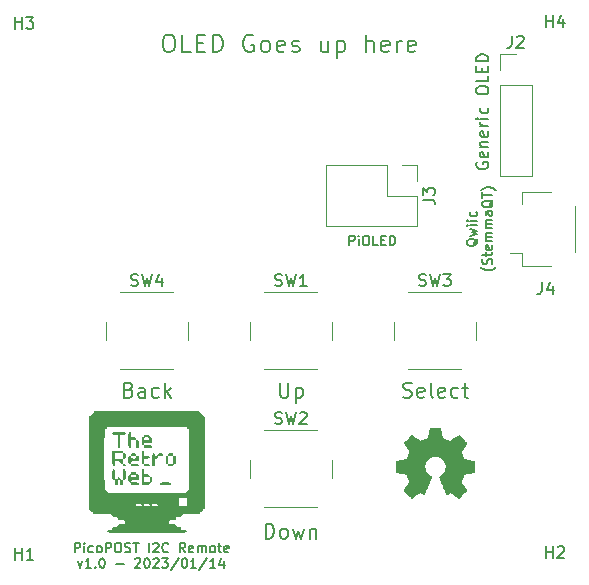
<source format=gbr>
%TF.GenerationSoftware,KiCad,Pcbnew,(6.0.5)*%
%TF.CreationDate,2023-03-31T09:28:20-05:00*%
%TF.ProjectId,remote,72656d6f-7465-42e6-9b69-6361645f7063,rev?*%
%TF.SameCoordinates,Original*%
%TF.FileFunction,Legend,Top*%
%TF.FilePolarity,Positive*%
%FSLAX46Y46*%
G04 Gerber Fmt 4.6, Leading zero omitted, Abs format (unit mm)*
G04 Created by KiCad (PCBNEW (6.0.5)) date 2023-03-31 09:28:20*
%MOMM*%
%LPD*%
G01*
G04 APERTURE LIST*
%ADD10C,0.152400*%
%ADD11C,0.200000*%
%ADD12C,0.150000*%
%ADD13C,0.300000*%
%ADD14C,0.120000*%
%ADD15C,0.010000*%
G04 APERTURE END LIST*
D10*
X130144761Y-57009695D02*
X130144761Y-56196895D01*
X130454400Y-56196895D01*
X130531809Y-56235600D01*
X130570514Y-56274304D01*
X130609219Y-56351714D01*
X130609219Y-56467828D01*
X130570514Y-56545238D01*
X130531809Y-56583942D01*
X130454400Y-56622647D01*
X130144761Y-56622647D01*
X130957561Y-57009695D02*
X130957561Y-56467828D01*
X130957561Y-56196895D02*
X130918857Y-56235600D01*
X130957561Y-56274304D01*
X130996266Y-56235600D01*
X130957561Y-56196895D01*
X130957561Y-56274304D01*
X131499428Y-56196895D02*
X131654247Y-56196895D01*
X131731657Y-56235600D01*
X131809066Y-56313009D01*
X131847771Y-56467828D01*
X131847771Y-56738761D01*
X131809066Y-56893580D01*
X131731657Y-56970990D01*
X131654247Y-57009695D01*
X131499428Y-57009695D01*
X131422019Y-56970990D01*
X131344609Y-56893580D01*
X131305904Y-56738761D01*
X131305904Y-56467828D01*
X131344609Y-56313009D01*
X131422019Y-56235600D01*
X131499428Y-56196895D01*
X132583161Y-57009695D02*
X132196114Y-57009695D01*
X132196114Y-56196895D01*
X132854095Y-56583942D02*
X133125028Y-56583942D01*
X133241142Y-57009695D02*
X132854095Y-57009695D01*
X132854095Y-56196895D01*
X133241142Y-56196895D01*
X133589485Y-57009695D02*
X133589485Y-56196895D01*
X133783009Y-56196895D01*
X133899123Y-56235600D01*
X133976533Y-56313009D01*
X134015238Y-56390419D01*
X134053942Y-56545238D01*
X134053942Y-56661352D01*
X134015238Y-56816171D01*
X133976533Y-56893580D01*
X133899123Y-56970990D01*
X133783009Y-57009695D01*
X133589485Y-57009695D01*
D11*
X114737857Y-39183571D02*
X115023571Y-39183571D01*
X115166428Y-39255000D01*
X115309285Y-39397857D01*
X115380714Y-39683571D01*
X115380714Y-40183571D01*
X115309285Y-40469285D01*
X115166428Y-40612142D01*
X115023571Y-40683571D01*
X114737857Y-40683571D01*
X114595000Y-40612142D01*
X114452142Y-40469285D01*
X114380714Y-40183571D01*
X114380714Y-39683571D01*
X114452142Y-39397857D01*
X114595000Y-39255000D01*
X114737857Y-39183571D01*
X116737857Y-40683571D02*
X116023571Y-40683571D01*
X116023571Y-39183571D01*
X117237857Y-39897857D02*
X117737857Y-39897857D01*
X117952142Y-40683571D02*
X117237857Y-40683571D01*
X117237857Y-39183571D01*
X117952142Y-39183571D01*
X118595000Y-40683571D02*
X118595000Y-39183571D01*
X118952142Y-39183571D01*
X119166428Y-39255000D01*
X119309285Y-39397857D01*
X119380714Y-39540714D01*
X119452142Y-39826428D01*
X119452142Y-40040714D01*
X119380714Y-40326428D01*
X119309285Y-40469285D01*
X119166428Y-40612142D01*
X118952142Y-40683571D01*
X118595000Y-40683571D01*
X122023571Y-39255000D02*
X121880714Y-39183571D01*
X121666428Y-39183571D01*
X121452142Y-39255000D01*
X121309285Y-39397857D01*
X121237857Y-39540714D01*
X121166428Y-39826428D01*
X121166428Y-40040714D01*
X121237857Y-40326428D01*
X121309285Y-40469285D01*
X121452142Y-40612142D01*
X121666428Y-40683571D01*
X121809285Y-40683571D01*
X122023571Y-40612142D01*
X122095000Y-40540714D01*
X122095000Y-40040714D01*
X121809285Y-40040714D01*
X122952142Y-40683571D02*
X122809285Y-40612142D01*
X122737857Y-40540714D01*
X122666428Y-40397857D01*
X122666428Y-39969285D01*
X122737857Y-39826428D01*
X122809285Y-39755000D01*
X122952142Y-39683571D01*
X123166428Y-39683571D01*
X123309285Y-39755000D01*
X123380714Y-39826428D01*
X123452142Y-39969285D01*
X123452142Y-40397857D01*
X123380714Y-40540714D01*
X123309285Y-40612142D01*
X123166428Y-40683571D01*
X122952142Y-40683571D01*
X124666428Y-40612142D02*
X124523571Y-40683571D01*
X124237857Y-40683571D01*
X124095000Y-40612142D01*
X124023571Y-40469285D01*
X124023571Y-39897857D01*
X124095000Y-39755000D01*
X124237857Y-39683571D01*
X124523571Y-39683571D01*
X124666428Y-39755000D01*
X124737857Y-39897857D01*
X124737857Y-40040714D01*
X124023571Y-40183571D01*
X125309285Y-40612142D02*
X125452142Y-40683571D01*
X125737857Y-40683571D01*
X125880714Y-40612142D01*
X125952142Y-40469285D01*
X125952142Y-40397857D01*
X125880714Y-40255000D01*
X125737857Y-40183571D01*
X125523571Y-40183571D01*
X125380714Y-40112142D01*
X125309285Y-39969285D01*
X125309285Y-39897857D01*
X125380714Y-39755000D01*
X125523571Y-39683571D01*
X125737857Y-39683571D01*
X125880714Y-39755000D01*
X128380714Y-39683571D02*
X128380714Y-40683571D01*
X127737857Y-39683571D02*
X127737857Y-40469285D01*
X127809285Y-40612142D01*
X127952142Y-40683571D01*
X128166428Y-40683571D01*
X128309285Y-40612142D01*
X128380714Y-40540714D01*
X129095000Y-39683571D02*
X129095000Y-41183571D01*
X129095000Y-39755000D02*
X129237857Y-39683571D01*
X129523571Y-39683571D01*
X129666428Y-39755000D01*
X129737857Y-39826428D01*
X129809285Y-39969285D01*
X129809285Y-40397857D01*
X129737857Y-40540714D01*
X129666428Y-40612142D01*
X129523571Y-40683571D01*
X129237857Y-40683571D01*
X129095000Y-40612142D01*
X131595000Y-40683571D02*
X131595000Y-39183571D01*
X132237857Y-40683571D02*
X132237857Y-39897857D01*
X132166428Y-39755000D01*
X132023571Y-39683571D01*
X131809285Y-39683571D01*
X131666428Y-39755000D01*
X131595000Y-39826428D01*
X133523571Y-40612142D02*
X133380714Y-40683571D01*
X133095000Y-40683571D01*
X132952142Y-40612142D01*
X132880714Y-40469285D01*
X132880714Y-39897857D01*
X132952142Y-39755000D01*
X133095000Y-39683571D01*
X133380714Y-39683571D01*
X133523571Y-39755000D01*
X133595000Y-39897857D01*
X133595000Y-40040714D01*
X132880714Y-40183571D01*
X134237857Y-40683571D02*
X134237857Y-39683571D01*
X134237857Y-39969285D02*
X134309285Y-39826428D01*
X134380714Y-39755000D01*
X134523571Y-39683571D01*
X134666428Y-39683571D01*
X135737857Y-40612142D02*
X135595000Y-40683571D01*
X135309285Y-40683571D01*
X135166428Y-40612142D01*
X135095000Y-40469285D01*
X135095000Y-39897857D01*
X135166428Y-39755000D01*
X135309285Y-39683571D01*
X135595000Y-39683571D01*
X135737857Y-39755000D01*
X135809285Y-39897857D01*
X135809285Y-40040714D01*
X135095000Y-40183571D01*
D12*
X140978000Y-50005714D02*
X140930380Y-50100952D01*
X140930380Y-50243809D01*
X140978000Y-50386666D01*
X141073238Y-50481904D01*
X141168476Y-50529523D01*
X141358952Y-50577142D01*
X141501809Y-50577142D01*
X141692285Y-50529523D01*
X141787523Y-50481904D01*
X141882761Y-50386666D01*
X141930380Y-50243809D01*
X141930380Y-50148571D01*
X141882761Y-50005714D01*
X141835142Y-49958095D01*
X141501809Y-49958095D01*
X141501809Y-50148571D01*
X141882761Y-49148571D02*
X141930380Y-49243809D01*
X141930380Y-49434285D01*
X141882761Y-49529523D01*
X141787523Y-49577142D01*
X141406571Y-49577142D01*
X141311333Y-49529523D01*
X141263714Y-49434285D01*
X141263714Y-49243809D01*
X141311333Y-49148571D01*
X141406571Y-49100952D01*
X141501809Y-49100952D01*
X141597047Y-49577142D01*
X141263714Y-48672380D02*
X141930380Y-48672380D01*
X141358952Y-48672380D02*
X141311333Y-48624761D01*
X141263714Y-48529523D01*
X141263714Y-48386666D01*
X141311333Y-48291428D01*
X141406571Y-48243809D01*
X141930380Y-48243809D01*
X141882761Y-47386666D02*
X141930380Y-47481904D01*
X141930380Y-47672380D01*
X141882761Y-47767619D01*
X141787523Y-47815238D01*
X141406571Y-47815238D01*
X141311333Y-47767619D01*
X141263714Y-47672380D01*
X141263714Y-47481904D01*
X141311333Y-47386666D01*
X141406571Y-47339047D01*
X141501809Y-47339047D01*
X141597047Y-47815238D01*
X141930380Y-46910476D02*
X141263714Y-46910476D01*
X141454190Y-46910476D02*
X141358952Y-46862857D01*
X141311333Y-46815238D01*
X141263714Y-46720000D01*
X141263714Y-46624761D01*
X141930380Y-46291428D02*
X141263714Y-46291428D01*
X140930380Y-46291428D02*
X140978000Y-46339047D01*
X141025619Y-46291428D01*
X140978000Y-46243809D01*
X140930380Y-46291428D01*
X141025619Y-46291428D01*
X141882761Y-45386666D02*
X141930380Y-45481904D01*
X141930380Y-45672380D01*
X141882761Y-45767619D01*
X141835142Y-45815238D01*
X141739904Y-45862857D01*
X141454190Y-45862857D01*
X141358952Y-45815238D01*
X141311333Y-45767619D01*
X141263714Y-45672380D01*
X141263714Y-45481904D01*
X141311333Y-45386666D01*
X140930380Y-44005714D02*
X140930380Y-43815238D01*
X140978000Y-43720000D01*
X141073238Y-43624761D01*
X141263714Y-43577142D01*
X141597047Y-43577142D01*
X141787523Y-43624761D01*
X141882761Y-43720000D01*
X141930380Y-43815238D01*
X141930380Y-44005714D01*
X141882761Y-44100952D01*
X141787523Y-44196190D01*
X141597047Y-44243809D01*
X141263714Y-44243809D01*
X141073238Y-44196190D01*
X140978000Y-44100952D01*
X140930380Y-44005714D01*
X141930380Y-42672380D02*
X141930380Y-43148571D01*
X140930380Y-43148571D01*
X141406571Y-42339047D02*
X141406571Y-42005714D01*
X141930380Y-41862857D02*
X141930380Y-42339047D01*
X140930380Y-42339047D01*
X140930380Y-41862857D01*
X141930380Y-41434285D02*
X140930380Y-41434285D01*
X140930380Y-41196190D01*
X140978000Y-41053333D01*
X141073238Y-40958095D01*
X141168476Y-40910476D01*
X141358952Y-40862857D01*
X141501809Y-40862857D01*
X141692285Y-40910476D01*
X141787523Y-40958095D01*
X141882761Y-41053333D01*
X141930380Y-41196190D01*
X141930380Y-41434285D01*
D11*
X111487857Y-69251285D02*
X111669285Y-69311761D01*
X111729761Y-69372238D01*
X111790238Y-69493190D01*
X111790238Y-69674619D01*
X111729761Y-69795571D01*
X111669285Y-69856047D01*
X111548333Y-69916523D01*
X111064523Y-69916523D01*
X111064523Y-68646523D01*
X111487857Y-68646523D01*
X111608809Y-68707000D01*
X111669285Y-68767476D01*
X111729761Y-68888428D01*
X111729761Y-69009380D01*
X111669285Y-69130333D01*
X111608809Y-69190809D01*
X111487857Y-69251285D01*
X111064523Y-69251285D01*
X112878809Y-69916523D02*
X112878809Y-69251285D01*
X112818333Y-69130333D01*
X112697380Y-69069857D01*
X112455476Y-69069857D01*
X112334523Y-69130333D01*
X112878809Y-69856047D02*
X112757857Y-69916523D01*
X112455476Y-69916523D01*
X112334523Y-69856047D01*
X112274047Y-69735095D01*
X112274047Y-69614142D01*
X112334523Y-69493190D01*
X112455476Y-69432714D01*
X112757857Y-69432714D01*
X112878809Y-69372238D01*
X114027857Y-69856047D02*
X113906904Y-69916523D01*
X113665000Y-69916523D01*
X113544047Y-69856047D01*
X113483571Y-69795571D01*
X113423095Y-69674619D01*
X113423095Y-69311761D01*
X113483571Y-69190809D01*
X113544047Y-69130333D01*
X113665000Y-69069857D01*
X113906904Y-69069857D01*
X114027857Y-69130333D01*
X114572142Y-69916523D02*
X114572142Y-68646523D01*
X114693095Y-69432714D02*
X115055952Y-69916523D01*
X115055952Y-69069857D02*
X114572142Y-69553666D01*
D10*
X106908600Y-83025391D02*
X106908600Y-82212591D01*
X107218238Y-82212591D01*
X107295647Y-82251296D01*
X107334352Y-82290000D01*
X107373057Y-82367410D01*
X107373057Y-82483524D01*
X107334352Y-82560934D01*
X107295647Y-82599638D01*
X107218238Y-82638343D01*
X106908600Y-82638343D01*
X107721400Y-83025391D02*
X107721400Y-82483524D01*
X107721400Y-82212591D02*
X107682695Y-82251296D01*
X107721400Y-82290000D01*
X107760104Y-82251296D01*
X107721400Y-82212591D01*
X107721400Y-82290000D01*
X108456790Y-82986686D02*
X108379380Y-83025391D01*
X108224561Y-83025391D01*
X108147152Y-82986686D01*
X108108447Y-82947981D01*
X108069742Y-82870572D01*
X108069742Y-82638343D01*
X108108447Y-82560934D01*
X108147152Y-82522229D01*
X108224561Y-82483524D01*
X108379380Y-82483524D01*
X108456790Y-82522229D01*
X108921247Y-83025391D02*
X108843838Y-82986686D01*
X108805133Y-82947981D01*
X108766428Y-82870572D01*
X108766428Y-82638343D01*
X108805133Y-82560934D01*
X108843838Y-82522229D01*
X108921247Y-82483524D01*
X109037361Y-82483524D01*
X109114771Y-82522229D01*
X109153476Y-82560934D01*
X109192180Y-82638343D01*
X109192180Y-82870572D01*
X109153476Y-82947981D01*
X109114771Y-82986686D01*
X109037361Y-83025391D01*
X108921247Y-83025391D01*
X109540523Y-83025391D02*
X109540523Y-82212591D01*
X109850161Y-82212591D01*
X109927571Y-82251296D01*
X109966276Y-82290000D01*
X110004980Y-82367410D01*
X110004980Y-82483524D01*
X109966276Y-82560934D01*
X109927571Y-82599638D01*
X109850161Y-82638343D01*
X109540523Y-82638343D01*
X110508142Y-82212591D02*
X110662961Y-82212591D01*
X110740371Y-82251296D01*
X110817780Y-82328705D01*
X110856485Y-82483524D01*
X110856485Y-82754457D01*
X110817780Y-82909276D01*
X110740371Y-82986686D01*
X110662961Y-83025391D01*
X110508142Y-83025391D01*
X110430733Y-82986686D01*
X110353323Y-82909276D01*
X110314619Y-82754457D01*
X110314619Y-82483524D01*
X110353323Y-82328705D01*
X110430733Y-82251296D01*
X110508142Y-82212591D01*
X111166123Y-82986686D02*
X111282238Y-83025391D01*
X111475761Y-83025391D01*
X111553171Y-82986686D01*
X111591876Y-82947981D01*
X111630580Y-82870572D01*
X111630580Y-82793162D01*
X111591876Y-82715753D01*
X111553171Y-82677048D01*
X111475761Y-82638343D01*
X111320942Y-82599638D01*
X111243533Y-82560934D01*
X111204828Y-82522229D01*
X111166123Y-82444819D01*
X111166123Y-82367410D01*
X111204828Y-82290000D01*
X111243533Y-82251296D01*
X111320942Y-82212591D01*
X111514466Y-82212591D01*
X111630580Y-82251296D01*
X111862809Y-82212591D02*
X112327266Y-82212591D01*
X112095038Y-83025391D02*
X112095038Y-82212591D01*
X113217476Y-83025391D02*
X113217476Y-82212591D01*
X113565819Y-82290000D02*
X113604523Y-82251296D01*
X113681933Y-82212591D01*
X113875457Y-82212591D01*
X113952866Y-82251296D01*
X113991571Y-82290000D01*
X114030276Y-82367410D01*
X114030276Y-82444819D01*
X113991571Y-82560934D01*
X113527114Y-83025391D01*
X114030276Y-83025391D01*
X114843076Y-82947981D02*
X114804371Y-82986686D01*
X114688257Y-83025391D01*
X114610847Y-83025391D01*
X114494733Y-82986686D01*
X114417323Y-82909276D01*
X114378619Y-82831867D01*
X114339914Y-82677048D01*
X114339914Y-82560934D01*
X114378619Y-82406115D01*
X114417323Y-82328705D01*
X114494733Y-82251296D01*
X114610847Y-82212591D01*
X114688257Y-82212591D01*
X114804371Y-82251296D01*
X114843076Y-82290000D01*
X116275152Y-83025391D02*
X116004219Y-82638343D01*
X115810695Y-83025391D02*
X115810695Y-82212591D01*
X116120333Y-82212591D01*
X116197742Y-82251296D01*
X116236447Y-82290000D01*
X116275152Y-82367410D01*
X116275152Y-82483524D01*
X116236447Y-82560934D01*
X116197742Y-82599638D01*
X116120333Y-82638343D01*
X115810695Y-82638343D01*
X116933133Y-82986686D02*
X116855723Y-83025391D01*
X116700904Y-83025391D01*
X116623495Y-82986686D01*
X116584790Y-82909276D01*
X116584790Y-82599638D01*
X116623495Y-82522229D01*
X116700904Y-82483524D01*
X116855723Y-82483524D01*
X116933133Y-82522229D01*
X116971838Y-82599638D01*
X116971838Y-82677048D01*
X116584790Y-82754457D01*
X117320180Y-83025391D02*
X117320180Y-82483524D01*
X117320180Y-82560934D02*
X117358885Y-82522229D01*
X117436295Y-82483524D01*
X117552409Y-82483524D01*
X117629819Y-82522229D01*
X117668523Y-82599638D01*
X117668523Y-83025391D01*
X117668523Y-82599638D02*
X117707228Y-82522229D01*
X117784638Y-82483524D01*
X117900752Y-82483524D01*
X117978161Y-82522229D01*
X118016866Y-82599638D01*
X118016866Y-83025391D01*
X118520028Y-83025391D02*
X118442619Y-82986686D01*
X118403914Y-82947981D01*
X118365209Y-82870572D01*
X118365209Y-82638343D01*
X118403914Y-82560934D01*
X118442619Y-82522229D01*
X118520028Y-82483524D01*
X118636142Y-82483524D01*
X118713552Y-82522229D01*
X118752257Y-82560934D01*
X118790961Y-82638343D01*
X118790961Y-82870572D01*
X118752257Y-82947981D01*
X118713552Y-82986686D01*
X118636142Y-83025391D01*
X118520028Y-83025391D01*
X119023190Y-82483524D02*
X119332828Y-82483524D01*
X119139304Y-82212591D02*
X119139304Y-82909276D01*
X119178009Y-82986686D01*
X119255419Y-83025391D01*
X119332828Y-83025391D01*
X119913400Y-82986686D02*
X119835990Y-83025391D01*
X119681171Y-83025391D01*
X119603761Y-82986686D01*
X119565057Y-82909276D01*
X119565057Y-82599638D01*
X119603761Y-82522229D01*
X119681171Y-82483524D01*
X119835990Y-82483524D01*
X119913400Y-82522229D01*
X119952104Y-82599638D01*
X119952104Y-82677048D01*
X119565057Y-82754457D01*
X107179533Y-83792132D02*
X107373057Y-84333999D01*
X107566580Y-83792132D01*
X108301971Y-84333999D02*
X107837514Y-84333999D01*
X108069742Y-84333999D02*
X108069742Y-83521199D01*
X107992333Y-83637313D01*
X107914923Y-83714723D01*
X107837514Y-83753427D01*
X108650314Y-84256589D02*
X108689019Y-84295294D01*
X108650314Y-84333999D01*
X108611609Y-84295294D01*
X108650314Y-84256589D01*
X108650314Y-84333999D01*
X109192180Y-83521199D02*
X109269590Y-83521199D01*
X109347000Y-83559904D01*
X109385704Y-83598608D01*
X109424409Y-83676018D01*
X109463114Y-83830837D01*
X109463114Y-84024361D01*
X109424409Y-84179180D01*
X109385704Y-84256589D01*
X109347000Y-84295294D01*
X109269590Y-84333999D01*
X109192180Y-84333999D01*
X109114771Y-84295294D01*
X109076066Y-84256589D01*
X109037361Y-84179180D01*
X108998657Y-84024361D01*
X108998657Y-83830837D01*
X109037361Y-83676018D01*
X109076066Y-83598608D01*
X109114771Y-83559904D01*
X109192180Y-83521199D01*
X110430733Y-84024361D02*
X111050009Y-84024361D01*
X112017628Y-83598608D02*
X112056333Y-83559904D01*
X112133742Y-83521199D01*
X112327266Y-83521199D01*
X112404676Y-83559904D01*
X112443380Y-83598608D01*
X112482085Y-83676018D01*
X112482085Y-83753427D01*
X112443380Y-83869542D01*
X111978923Y-84333999D01*
X112482085Y-84333999D01*
X112985247Y-83521199D02*
X113062657Y-83521199D01*
X113140066Y-83559904D01*
X113178771Y-83598608D01*
X113217476Y-83676018D01*
X113256180Y-83830837D01*
X113256180Y-84024361D01*
X113217476Y-84179180D01*
X113178771Y-84256589D01*
X113140066Y-84295294D01*
X113062657Y-84333999D01*
X112985247Y-84333999D01*
X112907838Y-84295294D01*
X112869133Y-84256589D01*
X112830428Y-84179180D01*
X112791723Y-84024361D01*
X112791723Y-83830837D01*
X112830428Y-83676018D01*
X112869133Y-83598608D01*
X112907838Y-83559904D01*
X112985247Y-83521199D01*
X113565819Y-83598608D02*
X113604523Y-83559904D01*
X113681933Y-83521199D01*
X113875457Y-83521199D01*
X113952866Y-83559904D01*
X113991571Y-83598608D01*
X114030276Y-83676018D01*
X114030276Y-83753427D01*
X113991571Y-83869542D01*
X113527114Y-84333999D01*
X114030276Y-84333999D01*
X114301209Y-83521199D02*
X114804371Y-83521199D01*
X114533438Y-83830837D01*
X114649552Y-83830837D01*
X114726961Y-83869542D01*
X114765666Y-83908246D01*
X114804371Y-83985656D01*
X114804371Y-84179180D01*
X114765666Y-84256589D01*
X114726961Y-84295294D01*
X114649552Y-84333999D01*
X114417323Y-84333999D01*
X114339914Y-84295294D01*
X114301209Y-84256589D01*
X115733285Y-83482494D02*
X115036600Y-84527523D01*
X116159038Y-83521199D02*
X116236447Y-83521199D01*
X116313857Y-83559904D01*
X116352561Y-83598608D01*
X116391266Y-83676018D01*
X116429971Y-83830837D01*
X116429971Y-84024361D01*
X116391266Y-84179180D01*
X116352561Y-84256589D01*
X116313857Y-84295294D01*
X116236447Y-84333999D01*
X116159038Y-84333999D01*
X116081628Y-84295294D01*
X116042923Y-84256589D01*
X116004219Y-84179180D01*
X115965514Y-84024361D01*
X115965514Y-83830837D01*
X116004219Y-83676018D01*
X116042923Y-83598608D01*
X116081628Y-83559904D01*
X116159038Y-83521199D01*
X117204066Y-84333999D02*
X116739609Y-84333999D01*
X116971838Y-84333999D02*
X116971838Y-83521199D01*
X116894428Y-83637313D01*
X116817019Y-83714723D01*
X116739609Y-83753427D01*
X118132980Y-83482494D02*
X117436295Y-84527523D01*
X118829666Y-84333999D02*
X118365209Y-84333999D01*
X118597438Y-84333999D02*
X118597438Y-83521199D01*
X118520028Y-83637313D01*
X118442619Y-83714723D01*
X118365209Y-83753427D01*
X119526352Y-83792132D02*
X119526352Y-84333999D01*
X119332828Y-83482494D02*
X119139304Y-84063065D01*
X119642466Y-84063065D01*
D11*
X124284619Y-68646523D02*
X124284619Y-69674619D01*
X124345095Y-69795571D01*
X124405571Y-69856047D01*
X124526523Y-69916523D01*
X124768428Y-69916523D01*
X124889380Y-69856047D01*
X124949857Y-69795571D01*
X125010333Y-69674619D01*
X125010333Y-68646523D01*
X125615095Y-69069857D02*
X125615095Y-70339857D01*
X125615095Y-69130333D02*
X125736047Y-69069857D01*
X125977952Y-69069857D01*
X126098904Y-69130333D01*
X126159380Y-69190809D01*
X126219857Y-69311761D01*
X126219857Y-69674619D01*
X126159380Y-69795571D01*
X126098904Y-69856047D01*
X125977952Y-69916523D01*
X125736047Y-69916523D01*
X125615095Y-69856047D01*
D10*
X141014800Y-56477504D02*
X140976096Y-56554914D01*
X140898686Y-56632323D01*
X140782572Y-56748438D01*
X140743867Y-56825847D01*
X140743867Y-56903257D01*
X140937391Y-56864552D02*
X140898686Y-56941961D01*
X140821276Y-57019371D01*
X140666457Y-57058076D01*
X140395524Y-57058076D01*
X140240705Y-57019371D01*
X140163296Y-56941961D01*
X140124591Y-56864552D01*
X140124591Y-56709733D01*
X140163296Y-56632323D01*
X140240705Y-56554914D01*
X140395524Y-56516209D01*
X140666457Y-56516209D01*
X140821276Y-56554914D01*
X140898686Y-56632323D01*
X140937391Y-56709733D01*
X140937391Y-56864552D01*
X140395524Y-56245276D02*
X140937391Y-56090457D01*
X140550343Y-55935638D01*
X140937391Y-55780819D01*
X140395524Y-55626000D01*
X140937391Y-55316361D02*
X140395524Y-55316361D01*
X140124591Y-55316361D02*
X140163296Y-55355066D01*
X140202000Y-55316361D01*
X140163296Y-55277657D01*
X140124591Y-55316361D01*
X140202000Y-55316361D01*
X140937391Y-54929314D02*
X140395524Y-54929314D01*
X140124591Y-54929314D02*
X140163296Y-54968019D01*
X140202000Y-54929314D01*
X140163296Y-54890609D01*
X140124591Y-54929314D01*
X140202000Y-54929314D01*
X140898686Y-54193923D02*
X140937391Y-54271333D01*
X140937391Y-54426152D01*
X140898686Y-54503561D01*
X140859981Y-54542266D01*
X140782572Y-54580971D01*
X140550343Y-54580971D01*
X140472934Y-54542266D01*
X140434229Y-54503561D01*
X140395524Y-54426152D01*
X140395524Y-54271333D01*
X140434229Y-54193923D01*
X142555637Y-58896552D02*
X142516932Y-58935257D01*
X142400818Y-59012666D01*
X142323408Y-59051371D01*
X142207294Y-59090076D01*
X142013770Y-59128780D01*
X141858951Y-59128780D01*
X141665427Y-59090076D01*
X141549313Y-59051371D01*
X141471904Y-59012666D01*
X141355789Y-58935257D01*
X141317084Y-58896552D01*
X142207294Y-58625619D02*
X142245999Y-58509504D01*
X142245999Y-58315980D01*
X142207294Y-58238571D01*
X142168589Y-58199866D01*
X142091180Y-58161161D01*
X142013770Y-58161161D01*
X141936361Y-58199866D01*
X141897656Y-58238571D01*
X141858951Y-58315980D01*
X141820246Y-58470800D01*
X141781542Y-58548209D01*
X141742837Y-58586914D01*
X141665427Y-58625619D01*
X141588018Y-58625619D01*
X141510608Y-58586914D01*
X141471904Y-58548209D01*
X141433199Y-58470800D01*
X141433199Y-58277276D01*
X141471904Y-58161161D01*
X141704132Y-57928933D02*
X141704132Y-57619295D01*
X141433199Y-57812819D02*
X142129884Y-57812819D01*
X142207294Y-57774114D01*
X142245999Y-57696704D01*
X142245999Y-57619295D01*
X142207294Y-57038723D02*
X142245999Y-57116133D01*
X142245999Y-57270952D01*
X142207294Y-57348361D01*
X142129884Y-57387066D01*
X141820246Y-57387066D01*
X141742837Y-57348361D01*
X141704132Y-57270952D01*
X141704132Y-57116133D01*
X141742837Y-57038723D01*
X141820246Y-57000019D01*
X141897656Y-57000019D01*
X141975065Y-57387066D01*
X142245999Y-56651676D02*
X141704132Y-56651676D01*
X141781542Y-56651676D02*
X141742837Y-56612971D01*
X141704132Y-56535561D01*
X141704132Y-56419447D01*
X141742837Y-56342038D01*
X141820246Y-56303333D01*
X142245999Y-56303333D01*
X141820246Y-56303333D02*
X141742837Y-56264628D01*
X141704132Y-56187219D01*
X141704132Y-56071104D01*
X141742837Y-55993695D01*
X141820246Y-55954990D01*
X142245999Y-55954990D01*
X142245999Y-55567942D02*
X141704132Y-55567942D01*
X141781542Y-55567942D02*
X141742837Y-55529238D01*
X141704132Y-55451828D01*
X141704132Y-55335714D01*
X141742837Y-55258304D01*
X141820246Y-55219600D01*
X142245999Y-55219600D01*
X141820246Y-55219600D02*
X141742837Y-55180895D01*
X141704132Y-55103485D01*
X141704132Y-54987371D01*
X141742837Y-54909961D01*
X141820246Y-54871257D01*
X142245999Y-54871257D01*
X142245999Y-54135866D02*
X141820246Y-54135866D01*
X141742837Y-54174571D01*
X141704132Y-54251980D01*
X141704132Y-54406800D01*
X141742837Y-54484209D01*
X142207294Y-54135866D02*
X142245999Y-54213276D01*
X142245999Y-54406800D01*
X142207294Y-54484209D01*
X142129884Y-54522914D01*
X142052475Y-54522914D01*
X141975065Y-54484209D01*
X141936361Y-54406800D01*
X141936361Y-54213276D01*
X141897656Y-54135866D01*
X142323408Y-53206952D02*
X142284704Y-53284361D01*
X142207294Y-53361771D01*
X142091180Y-53477885D01*
X142052475Y-53555295D01*
X142052475Y-53632704D01*
X142245999Y-53594000D02*
X142207294Y-53671409D01*
X142129884Y-53748819D01*
X141975065Y-53787523D01*
X141704132Y-53787523D01*
X141549313Y-53748819D01*
X141471904Y-53671409D01*
X141433199Y-53594000D01*
X141433199Y-53439180D01*
X141471904Y-53361771D01*
X141549313Y-53284361D01*
X141704132Y-53245657D01*
X141975065Y-53245657D01*
X142129884Y-53284361D01*
X142207294Y-53361771D01*
X142245999Y-53439180D01*
X142245999Y-53594000D01*
X141433199Y-53013428D02*
X141433199Y-52548971D01*
X142245999Y-52781200D02*
X141433199Y-52781200D01*
X142555637Y-52355447D02*
X142516932Y-52316742D01*
X142400818Y-52239333D01*
X142323408Y-52200628D01*
X142207294Y-52161923D01*
X142013770Y-52123219D01*
X141858951Y-52123219D01*
X141665427Y-52161923D01*
X141549313Y-52200628D01*
X141471904Y-52239333D01*
X141355789Y-52316742D01*
X141317084Y-52355447D01*
D11*
X134722809Y-69856047D02*
X134904238Y-69916523D01*
X135206619Y-69916523D01*
X135327571Y-69856047D01*
X135388047Y-69795571D01*
X135448523Y-69674619D01*
X135448523Y-69553666D01*
X135388047Y-69432714D01*
X135327571Y-69372238D01*
X135206619Y-69311761D01*
X134964714Y-69251285D01*
X134843761Y-69190809D01*
X134783285Y-69130333D01*
X134722809Y-69009380D01*
X134722809Y-68888428D01*
X134783285Y-68767476D01*
X134843761Y-68707000D01*
X134964714Y-68646523D01*
X135267095Y-68646523D01*
X135448523Y-68707000D01*
X136476619Y-69856047D02*
X136355666Y-69916523D01*
X136113761Y-69916523D01*
X135992809Y-69856047D01*
X135932333Y-69735095D01*
X135932333Y-69251285D01*
X135992809Y-69130333D01*
X136113761Y-69069857D01*
X136355666Y-69069857D01*
X136476619Y-69130333D01*
X136537095Y-69251285D01*
X136537095Y-69372238D01*
X135932333Y-69493190D01*
X137262809Y-69916523D02*
X137141857Y-69856047D01*
X137081380Y-69735095D01*
X137081380Y-68646523D01*
X138230428Y-69856047D02*
X138109476Y-69916523D01*
X137867571Y-69916523D01*
X137746619Y-69856047D01*
X137686142Y-69735095D01*
X137686142Y-69251285D01*
X137746619Y-69130333D01*
X137867571Y-69069857D01*
X138109476Y-69069857D01*
X138230428Y-69130333D01*
X138290904Y-69251285D01*
X138290904Y-69372238D01*
X137686142Y-69493190D01*
X139379476Y-69856047D02*
X139258523Y-69916523D01*
X139016619Y-69916523D01*
X138895666Y-69856047D01*
X138835190Y-69795571D01*
X138774714Y-69674619D01*
X138774714Y-69311761D01*
X138835190Y-69190809D01*
X138895666Y-69130333D01*
X139016619Y-69069857D01*
X139258523Y-69069857D01*
X139379476Y-69130333D01*
X139742333Y-69069857D02*
X140226142Y-69069857D01*
X139923761Y-68646523D02*
X139923761Y-69735095D01*
X139984238Y-69856047D01*
X140105190Y-69916523D01*
X140226142Y-69916523D01*
X123075095Y-81854523D02*
X123075095Y-80584523D01*
X123377476Y-80584523D01*
X123558904Y-80645000D01*
X123679857Y-80765952D01*
X123740333Y-80886904D01*
X123800809Y-81128809D01*
X123800809Y-81310238D01*
X123740333Y-81552142D01*
X123679857Y-81673095D01*
X123558904Y-81794047D01*
X123377476Y-81854523D01*
X123075095Y-81854523D01*
X124526523Y-81854523D02*
X124405571Y-81794047D01*
X124345095Y-81733571D01*
X124284619Y-81612619D01*
X124284619Y-81249761D01*
X124345095Y-81128809D01*
X124405571Y-81068333D01*
X124526523Y-81007857D01*
X124707952Y-81007857D01*
X124828904Y-81068333D01*
X124889380Y-81128809D01*
X124949857Y-81249761D01*
X124949857Y-81612619D01*
X124889380Y-81733571D01*
X124828904Y-81794047D01*
X124707952Y-81854523D01*
X124526523Y-81854523D01*
X125373190Y-81007857D02*
X125615095Y-81854523D01*
X125857000Y-81249761D01*
X126098904Y-81854523D01*
X126340809Y-81007857D01*
X126824619Y-81007857D02*
X126824619Y-81854523D01*
X126824619Y-81128809D02*
X126885095Y-81068333D01*
X127006047Y-81007857D01*
X127187476Y-81007857D01*
X127308428Y-81068333D01*
X127368904Y-81189285D01*
X127368904Y-81854523D01*
D12*
%TO.C,H3*%
X101854095Y-38679380D02*
X101854095Y-37679380D01*
X101854095Y-38155571D02*
X102425523Y-38155571D01*
X102425523Y-38679380D02*
X102425523Y-37679380D01*
X102806476Y-37679380D02*
X103425523Y-37679380D01*
X103092190Y-38060333D01*
X103235047Y-38060333D01*
X103330285Y-38107952D01*
X103377904Y-38155571D01*
X103425523Y-38250809D01*
X103425523Y-38488904D01*
X103377904Y-38584142D01*
X103330285Y-38631761D01*
X103235047Y-38679380D01*
X102949333Y-38679380D01*
X102854095Y-38631761D01*
X102806476Y-38584142D01*
%TO.C,SW3*%
X136075666Y-60416761D02*
X136218523Y-60464380D01*
X136456619Y-60464380D01*
X136551857Y-60416761D01*
X136599476Y-60369142D01*
X136647095Y-60273904D01*
X136647095Y-60178666D01*
X136599476Y-60083428D01*
X136551857Y-60035809D01*
X136456619Y-59988190D01*
X136266142Y-59940571D01*
X136170904Y-59892952D01*
X136123285Y-59845333D01*
X136075666Y-59750095D01*
X136075666Y-59654857D01*
X136123285Y-59559619D01*
X136170904Y-59512000D01*
X136266142Y-59464380D01*
X136504238Y-59464380D01*
X136647095Y-59512000D01*
X136980428Y-59464380D02*
X137218523Y-60464380D01*
X137409000Y-59750095D01*
X137599476Y-60464380D01*
X137837571Y-59464380D01*
X138123285Y-59464380D02*
X138742333Y-59464380D01*
X138409000Y-59845333D01*
X138551857Y-59845333D01*
X138647095Y-59892952D01*
X138694714Y-59940571D01*
X138742333Y-60035809D01*
X138742333Y-60273904D01*
X138694714Y-60369142D01*
X138647095Y-60416761D01*
X138551857Y-60464380D01*
X138266142Y-60464380D01*
X138170904Y-60416761D01*
X138123285Y-60369142D01*
%TO.C,SW2*%
X123883666Y-72100761D02*
X124026523Y-72148380D01*
X124264619Y-72148380D01*
X124359857Y-72100761D01*
X124407476Y-72053142D01*
X124455095Y-71957904D01*
X124455095Y-71862666D01*
X124407476Y-71767428D01*
X124359857Y-71719809D01*
X124264619Y-71672190D01*
X124074142Y-71624571D01*
X123978904Y-71576952D01*
X123931285Y-71529333D01*
X123883666Y-71434095D01*
X123883666Y-71338857D01*
X123931285Y-71243619D01*
X123978904Y-71196000D01*
X124074142Y-71148380D01*
X124312238Y-71148380D01*
X124455095Y-71196000D01*
X124788428Y-71148380D02*
X125026523Y-72148380D01*
X125217000Y-71434095D01*
X125407476Y-72148380D01*
X125645571Y-71148380D01*
X125978904Y-71243619D02*
X126026523Y-71196000D01*
X126121761Y-71148380D01*
X126359857Y-71148380D01*
X126455095Y-71196000D01*
X126502714Y-71243619D01*
X126550333Y-71338857D01*
X126550333Y-71434095D01*
X126502714Y-71576952D01*
X125931285Y-72148380D01*
X126550333Y-72148380D01*
%TO.C,H1*%
X101854095Y-83637380D02*
X101854095Y-82637380D01*
X101854095Y-83113571D02*
X102425523Y-83113571D01*
X102425523Y-83637380D02*
X102425523Y-82637380D01*
X103425523Y-83637380D02*
X102854095Y-83637380D01*
X103139809Y-83637380D02*
X103139809Y-82637380D01*
X103044571Y-82780238D01*
X102949333Y-82875476D01*
X102854095Y-82923095D01*
%TO.C,J4*%
X146478666Y-60158380D02*
X146478666Y-60872666D01*
X146431047Y-61015523D01*
X146335809Y-61110761D01*
X146192952Y-61158380D01*
X146097714Y-61158380D01*
X147383428Y-60491714D02*
X147383428Y-61158380D01*
X147145333Y-60110761D02*
X146907238Y-60825047D01*
X147526285Y-60825047D01*
%TO.C,H2*%
X146812095Y-83510380D02*
X146812095Y-82510380D01*
X146812095Y-82986571D02*
X147383523Y-82986571D01*
X147383523Y-83510380D02*
X147383523Y-82510380D01*
X147812095Y-82605619D02*
X147859714Y-82558000D01*
X147954952Y-82510380D01*
X148193047Y-82510380D01*
X148288285Y-82558000D01*
X148335904Y-82605619D01*
X148383523Y-82700857D01*
X148383523Y-82796095D01*
X148335904Y-82938952D01*
X147764476Y-83510380D01*
X148383523Y-83510380D01*
%TO.C,SW4*%
X111696666Y-60416761D02*
X111839523Y-60464380D01*
X112077619Y-60464380D01*
X112172857Y-60416761D01*
X112220476Y-60369142D01*
X112268095Y-60273904D01*
X112268095Y-60178666D01*
X112220476Y-60083428D01*
X112172857Y-60035809D01*
X112077619Y-59988190D01*
X111887142Y-59940571D01*
X111791904Y-59892952D01*
X111744285Y-59845333D01*
X111696666Y-59750095D01*
X111696666Y-59654857D01*
X111744285Y-59559619D01*
X111791904Y-59512000D01*
X111887142Y-59464380D01*
X112125238Y-59464380D01*
X112268095Y-59512000D01*
X112601428Y-59464380D02*
X112839523Y-60464380D01*
X113030000Y-59750095D01*
X113220476Y-60464380D01*
X113458571Y-59464380D01*
X114268095Y-59797714D02*
X114268095Y-60464380D01*
X114030000Y-59416761D02*
X113791904Y-60131047D01*
X114410952Y-60131047D01*
%TO.C,SW1*%
X123883666Y-60416761D02*
X124026523Y-60464380D01*
X124264619Y-60464380D01*
X124359857Y-60416761D01*
X124407476Y-60369142D01*
X124455095Y-60273904D01*
X124455095Y-60178666D01*
X124407476Y-60083428D01*
X124359857Y-60035809D01*
X124264619Y-59988190D01*
X124074142Y-59940571D01*
X123978904Y-59892952D01*
X123931285Y-59845333D01*
X123883666Y-59750095D01*
X123883666Y-59654857D01*
X123931285Y-59559619D01*
X123978904Y-59512000D01*
X124074142Y-59464380D01*
X124312238Y-59464380D01*
X124455095Y-59512000D01*
X124788428Y-59464380D02*
X125026523Y-60464380D01*
X125217000Y-59750095D01*
X125407476Y-60464380D01*
X125645571Y-59464380D01*
X126550333Y-60464380D02*
X125978904Y-60464380D01*
X126264619Y-60464380D02*
X126264619Y-59464380D01*
X126169380Y-59607238D01*
X126074142Y-59702476D01*
X125978904Y-59750095D01*
%TO.C,J3*%
X136387380Y-53160333D02*
X137101666Y-53160333D01*
X137244523Y-53207952D01*
X137339761Y-53303190D01*
X137387380Y-53446047D01*
X137387380Y-53541285D01*
X136387380Y-52779380D02*
X136387380Y-52160333D01*
X136768333Y-52493666D01*
X136768333Y-52350809D01*
X136815952Y-52255571D01*
X136863571Y-52207952D01*
X136958809Y-52160333D01*
X137196904Y-52160333D01*
X137292142Y-52207952D01*
X137339761Y-52255571D01*
X137387380Y-52350809D01*
X137387380Y-52636523D01*
X137339761Y-52731761D01*
X137292142Y-52779380D01*
%TO.C,H4*%
X146812095Y-38552380D02*
X146812095Y-37552380D01*
X146812095Y-38028571D02*
X147383523Y-38028571D01*
X147383523Y-38552380D02*
X147383523Y-37552380D01*
X148288285Y-37885714D02*
X148288285Y-38552380D01*
X148050190Y-37504761D02*
X147812095Y-38219047D01*
X148431142Y-38219047D01*
%TO.C,J2*%
X143938666Y-39286380D02*
X143938666Y-40000666D01*
X143891047Y-40143523D01*
X143795809Y-40238761D01*
X143652952Y-40286380D01*
X143557714Y-40286380D01*
X144367238Y-39381619D02*
X144414857Y-39334000D01*
X144510095Y-39286380D01*
X144748190Y-39286380D01*
X144843428Y-39334000D01*
X144891047Y-39381619D01*
X144938666Y-39476857D01*
X144938666Y-39572095D01*
X144891047Y-39714952D01*
X144319619Y-40286380D01*
X144938666Y-40286380D01*
D13*
%TO.C,G\u002A\u002A\u002A*%
X108585000Y-78304571D02*
X108512428Y-78449714D01*
X108512428Y-78667428D01*
X108585000Y-78885142D01*
X108730142Y-79030285D01*
X108875285Y-79102857D01*
X109165571Y-79175428D01*
X109383285Y-79175428D01*
X109673571Y-79102857D01*
X109818714Y-79030285D01*
X109963857Y-78885142D01*
X110036428Y-78667428D01*
X110036428Y-78522285D01*
X109963857Y-78304571D01*
X109891285Y-78232000D01*
X109383285Y-78232000D01*
X109383285Y-78522285D01*
X108512428Y-77361142D02*
X108875285Y-77361142D01*
X108730142Y-77724000D02*
X108875285Y-77361142D01*
X108730142Y-76998285D01*
X109165571Y-77578857D02*
X108875285Y-77361142D01*
X109165571Y-77143428D01*
X108512428Y-76200000D02*
X108875285Y-76200000D01*
X108730142Y-76562857D02*
X108875285Y-76200000D01*
X108730142Y-75837142D01*
X109165571Y-76417714D02*
X108875285Y-76200000D01*
X109165571Y-75982285D01*
X108512428Y-75038857D02*
X108875285Y-75038857D01*
X108730142Y-75401714D02*
X108875285Y-75038857D01*
X108730142Y-74676000D01*
X109165571Y-75256571D02*
X108875285Y-75038857D01*
X109165571Y-74821142D01*
D14*
%TO.C,SW3*%
X139659000Y-61012000D02*
X135159000Y-61012000D01*
X135159000Y-67512000D02*
X139659000Y-67512000D01*
X140909000Y-65012000D02*
X140909000Y-63512000D01*
X133909000Y-63512000D02*
X133909000Y-65012000D01*
%TO.C,SW2*%
X122967000Y-79196000D02*
X127467000Y-79196000D01*
X127467000Y-72696000D02*
X122967000Y-72696000D01*
X128717000Y-76696000D02*
X128717000Y-75196000D01*
X121717000Y-75196000D02*
X121717000Y-76696000D01*
%TO.C,J4*%
X144773000Y-57686000D02*
X143783000Y-57686000D01*
X147273000Y-58736000D02*
X144773000Y-58736000D01*
X147273000Y-52516000D02*
X144773000Y-52516000D01*
X144773000Y-58736000D02*
X144773000Y-57686000D01*
X144773000Y-52516000D02*
X144773000Y-53566000D01*
X149243000Y-57566000D02*
X149243000Y-53686000D01*
%TO.C,REF\u002A\u002A*%
G36*
X137969814Y-72906931D02*
G01*
X138053635Y-73351555D01*
X138362920Y-73479053D01*
X138672206Y-73606551D01*
X139043246Y-73354246D01*
X139147157Y-73283996D01*
X139241087Y-73221272D01*
X139320652Y-73168938D01*
X139381470Y-73129857D01*
X139419157Y-73106893D01*
X139429421Y-73101942D01*
X139447910Y-73114676D01*
X139487420Y-73149882D01*
X139543522Y-73203062D01*
X139611787Y-73269718D01*
X139687786Y-73345354D01*
X139767092Y-73425472D01*
X139845275Y-73505574D01*
X139917907Y-73581164D01*
X139980559Y-73647745D01*
X140028803Y-73700818D01*
X140058210Y-73735887D01*
X140065241Y-73747623D01*
X140055123Y-73769260D01*
X140026759Y-73816662D01*
X139983129Y-73885193D01*
X139927218Y-73970215D01*
X139862006Y-74067093D01*
X139824219Y-74122350D01*
X139755343Y-74223248D01*
X139694140Y-74314299D01*
X139643578Y-74390970D01*
X139606628Y-74448728D01*
X139586258Y-74483043D01*
X139583197Y-74490254D01*
X139590136Y-74510748D01*
X139609051Y-74558513D01*
X139637087Y-74626832D01*
X139671391Y-74708989D01*
X139709109Y-74798270D01*
X139747387Y-74887958D01*
X139783370Y-74971338D01*
X139814206Y-75041694D01*
X139837039Y-75092310D01*
X139849017Y-75116471D01*
X139849724Y-75117422D01*
X139868531Y-75122036D01*
X139918618Y-75132328D01*
X139994793Y-75147287D01*
X140091865Y-75165901D01*
X140204643Y-75187159D01*
X140270442Y-75199418D01*
X140390950Y-75222362D01*
X140499797Y-75244195D01*
X140591476Y-75263722D01*
X140660481Y-75279748D01*
X140701304Y-75291079D01*
X140709511Y-75294674D01*
X140717548Y-75319006D01*
X140724033Y-75373959D01*
X140728970Y-75453108D01*
X140732364Y-75550026D01*
X140734218Y-75658287D01*
X140734538Y-75771465D01*
X140733327Y-75883135D01*
X140730590Y-75986868D01*
X140726331Y-76076241D01*
X140720555Y-76144826D01*
X140713267Y-76186197D01*
X140708895Y-76194810D01*
X140682764Y-76205133D01*
X140627393Y-76219892D01*
X140550107Y-76237352D01*
X140458230Y-76255780D01*
X140426158Y-76261741D01*
X140271524Y-76290066D01*
X140149375Y-76312876D01*
X140055673Y-76331080D01*
X139986384Y-76345583D01*
X139937471Y-76357292D01*
X139904897Y-76367115D01*
X139884628Y-76375956D01*
X139872626Y-76384724D01*
X139870947Y-76386457D01*
X139854184Y-76414371D01*
X139828614Y-76468695D01*
X139796788Y-76542777D01*
X139761260Y-76629965D01*
X139724583Y-76723608D01*
X139689311Y-76817052D01*
X139657996Y-76903647D01*
X139633193Y-76976740D01*
X139617454Y-77029678D01*
X139613332Y-77055811D01*
X139613676Y-77056726D01*
X139627641Y-77078086D01*
X139659322Y-77125084D01*
X139705391Y-77192827D01*
X139762518Y-77276423D01*
X139827373Y-77370982D01*
X139845843Y-77397854D01*
X139911699Y-77495275D01*
X139969650Y-77584163D01*
X140016538Y-77659412D01*
X140049207Y-77715920D01*
X140064500Y-77748581D01*
X140065241Y-77752593D01*
X140052392Y-77773684D01*
X140016888Y-77815464D01*
X139963293Y-77873445D01*
X139896171Y-77943135D01*
X139820087Y-78020045D01*
X139739604Y-78099683D01*
X139659287Y-78177561D01*
X139583699Y-78249186D01*
X139517405Y-78310070D01*
X139464969Y-78355721D01*
X139430955Y-78381650D01*
X139421545Y-78385883D01*
X139399643Y-78375912D01*
X139354800Y-78349020D01*
X139294321Y-78309736D01*
X139247789Y-78278117D01*
X139163475Y-78220098D01*
X139063626Y-78151784D01*
X138963473Y-78083579D01*
X138909627Y-78047075D01*
X138727371Y-77923800D01*
X138574381Y-78006520D01*
X138504682Y-78042759D01*
X138445414Y-78070926D01*
X138405311Y-78086991D01*
X138395103Y-78089226D01*
X138382829Y-78072722D01*
X138358613Y-78026082D01*
X138324263Y-77953609D01*
X138281588Y-77859606D01*
X138232394Y-77748374D01*
X138178490Y-77624215D01*
X138121684Y-77491432D01*
X138063782Y-77354327D01*
X138006593Y-77217202D01*
X137951924Y-77084358D01*
X137901584Y-76960098D01*
X137857380Y-76848725D01*
X137821119Y-76754539D01*
X137794609Y-76681844D01*
X137779658Y-76634941D01*
X137777254Y-76618833D01*
X137796311Y-76598286D01*
X137838036Y-76564933D01*
X137893706Y-76525702D01*
X137898378Y-76522599D01*
X138042264Y-76407423D01*
X138158283Y-76273053D01*
X138245430Y-76123784D01*
X138302699Y-75963913D01*
X138329086Y-75797737D01*
X138323585Y-75629552D01*
X138285190Y-75463655D01*
X138212895Y-75304342D01*
X138191626Y-75269487D01*
X138080996Y-75128737D01*
X137950302Y-75015714D01*
X137804064Y-74931003D01*
X137646808Y-74875194D01*
X137483057Y-74848874D01*
X137317333Y-74852630D01*
X137154162Y-74887050D01*
X136998065Y-74952723D01*
X136853567Y-75050235D01*
X136808869Y-75089813D01*
X136695112Y-75213703D01*
X136612218Y-75344124D01*
X136555356Y-75490315D01*
X136523687Y-75635088D01*
X136515869Y-75797860D01*
X136541938Y-75961440D01*
X136599245Y-76120298D01*
X136685144Y-76268906D01*
X136796986Y-76401735D01*
X136932123Y-76513256D01*
X136949883Y-76525011D01*
X137006150Y-76563508D01*
X137048923Y-76596863D01*
X137069372Y-76618160D01*
X137069669Y-76618833D01*
X137065279Y-76641871D01*
X137047876Y-76694157D01*
X137019268Y-76771390D01*
X136981265Y-76869268D01*
X136935674Y-76983491D01*
X136884303Y-77109758D01*
X136828962Y-77243767D01*
X136771458Y-77381218D01*
X136713601Y-77517808D01*
X136657198Y-77649237D01*
X136604058Y-77771205D01*
X136555990Y-77879409D01*
X136514801Y-77969549D01*
X136482301Y-78037323D01*
X136460297Y-78078430D01*
X136451436Y-78089226D01*
X136424360Y-78080819D01*
X136373697Y-78058272D01*
X136308183Y-78025613D01*
X136272159Y-78006520D01*
X136119168Y-77923800D01*
X135936912Y-78047075D01*
X135843875Y-78110228D01*
X135742015Y-78179727D01*
X135646562Y-78245165D01*
X135598750Y-78278117D01*
X135531505Y-78323273D01*
X135474564Y-78359057D01*
X135435354Y-78380938D01*
X135422619Y-78385563D01*
X135404083Y-78373085D01*
X135363059Y-78338252D01*
X135303525Y-78284678D01*
X135229458Y-78215983D01*
X135144835Y-78135781D01*
X135091315Y-78084286D01*
X134997681Y-77992286D01*
X134916759Y-77909999D01*
X134851823Y-77840945D01*
X134806142Y-77788644D01*
X134782989Y-77756616D01*
X134780768Y-77750116D01*
X134791076Y-77725394D01*
X134819561Y-77675405D01*
X134863063Y-77605212D01*
X134918423Y-77519875D01*
X134982480Y-77424456D01*
X135000697Y-77397854D01*
X135067073Y-77301167D01*
X135126622Y-77214117D01*
X135176016Y-77141595D01*
X135211925Y-77088493D01*
X135231019Y-77059703D01*
X135232864Y-77056726D01*
X135230105Y-77033782D01*
X135215462Y-76983336D01*
X135191487Y-76912041D01*
X135160734Y-76826547D01*
X135125756Y-76733507D01*
X135089107Y-76639574D01*
X135053339Y-76551399D01*
X135021006Y-76475634D01*
X134994662Y-76418931D01*
X134976858Y-76387943D01*
X134975593Y-76386457D01*
X134964706Y-76377601D01*
X134946318Y-76368843D01*
X134916394Y-76359277D01*
X134870897Y-76347996D01*
X134805791Y-76334093D01*
X134717039Y-76316663D01*
X134600607Y-76294798D01*
X134452458Y-76267591D01*
X134420382Y-76261741D01*
X134325314Y-76243374D01*
X134242435Y-76225405D01*
X134179070Y-76209569D01*
X134142542Y-76197600D01*
X134137644Y-76194810D01*
X134129573Y-76170072D01*
X134123013Y-76114790D01*
X134117967Y-76035389D01*
X134114441Y-75938296D01*
X134112439Y-75829938D01*
X134111964Y-75716740D01*
X134113023Y-75605128D01*
X134115618Y-75501529D01*
X134119754Y-75412368D01*
X134125437Y-75344072D01*
X134132669Y-75303066D01*
X134137029Y-75294674D01*
X134161302Y-75286208D01*
X134216574Y-75272435D01*
X134297338Y-75254550D01*
X134398088Y-75233748D01*
X134513317Y-75211223D01*
X134576098Y-75199418D01*
X134695213Y-75177151D01*
X134801435Y-75156979D01*
X134889573Y-75139915D01*
X134954434Y-75126969D01*
X134990826Y-75119155D01*
X134996816Y-75117422D01*
X135006939Y-75097890D01*
X135028338Y-75050843D01*
X135058161Y-74983003D01*
X135093555Y-74901091D01*
X135131668Y-74811828D01*
X135169647Y-74721935D01*
X135204640Y-74638135D01*
X135233794Y-74567147D01*
X135254257Y-74515694D01*
X135263177Y-74490497D01*
X135263343Y-74489396D01*
X135253231Y-74469519D01*
X135224883Y-74423777D01*
X135181277Y-74356717D01*
X135125394Y-74272884D01*
X135060213Y-74176826D01*
X135022321Y-74121650D01*
X134953275Y-74020481D01*
X134891950Y-73928630D01*
X134841337Y-73850744D01*
X134804429Y-73791469D01*
X134784218Y-73755451D01*
X134781299Y-73747377D01*
X134793847Y-73728584D01*
X134828537Y-73688457D01*
X134880937Y-73631493D01*
X134946616Y-73562185D01*
X135021144Y-73485031D01*
X135100087Y-73404525D01*
X135179017Y-73325163D01*
X135253500Y-73251440D01*
X135319106Y-73187852D01*
X135371404Y-73138894D01*
X135405961Y-73109061D01*
X135417522Y-73101942D01*
X135436346Y-73111953D01*
X135481369Y-73140078D01*
X135548213Y-73183454D01*
X135632501Y-73239218D01*
X135729856Y-73304506D01*
X135803293Y-73354246D01*
X136174333Y-73606551D01*
X136792905Y-73351555D01*
X136876725Y-72906931D01*
X136960546Y-72462307D01*
X137885994Y-72462307D01*
X137969814Y-72906931D01*
G37*
D15*
X137969814Y-72906931D02*
X138053635Y-73351555D01*
X138362920Y-73479053D01*
X138672206Y-73606551D01*
X139043246Y-73354246D01*
X139147157Y-73283996D01*
X139241087Y-73221272D01*
X139320652Y-73168938D01*
X139381470Y-73129857D01*
X139419157Y-73106893D01*
X139429421Y-73101942D01*
X139447910Y-73114676D01*
X139487420Y-73149882D01*
X139543522Y-73203062D01*
X139611787Y-73269718D01*
X139687786Y-73345354D01*
X139767092Y-73425472D01*
X139845275Y-73505574D01*
X139917907Y-73581164D01*
X139980559Y-73647745D01*
X140028803Y-73700818D01*
X140058210Y-73735887D01*
X140065241Y-73747623D01*
X140055123Y-73769260D01*
X140026759Y-73816662D01*
X139983129Y-73885193D01*
X139927218Y-73970215D01*
X139862006Y-74067093D01*
X139824219Y-74122350D01*
X139755343Y-74223248D01*
X139694140Y-74314299D01*
X139643578Y-74390970D01*
X139606628Y-74448728D01*
X139586258Y-74483043D01*
X139583197Y-74490254D01*
X139590136Y-74510748D01*
X139609051Y-74558513D01*
X139637087Y-74626832D01*
X139671391Y-74708989D01*
X139709109Y-74798270D01*
X139747387Y-74887958D01*
X139783370Y-74971338D01*
X139814206Y-75041694D01*
X139837039Y-75092310D01*
X139849017Y-75116471D01*
X139849724Y-75117422D01*
X139868531Y-75122036D01*
X139918618Y-75132328D01*
X139994793Y-75147287D01*
X140091865Y-75165901D01*
X140204643Y-75187159D01*
X140270442Y-75199418D01*
X140390950Y-75222362D01*
X140499797Y-75244195D01*
X140591476Y-75263722D01*
X140660481Y-75279748D01*
X140701304Y-75291079D01*
X140709511Y-75294674D01*
X140717548Y-75319006D01*
X140724033Y-75373959D01*
X140728970Y-75453108D01*
X140732364Y-75550026D01*
X140734218Y-75658287D01*
X140734538Y-75771465D01*
X140733327Y-75883135D01*
X140730590Y-75986868D01*
X140726331Y-76076241D01*
X140720555Y-76144826D01*
X140713267Y-76186197D01*
X140708895Y-76194810D01*
X140682764Y-76205133D01*
X140627393Y-76219892D01*
X140550107Y-76237352D01*
X140458230Y-76255780D01*
X140426158Y-76261741D01*
X140271524Y-76290066D01*
X140149375Y-76312876D01*
X140055673Y-76331080D01*
X139986384Y-76345583D01*
X139937471Y-76357292D01*
X139904897Y-76367115D01*
X139884628Y-76375956D01*
X139872626Y-76384724D01*
X139870947Y-76386457D01*
X139854184Y-76414371D01*
X139828614Y-76468695D01*
X139796788Y-76542777D01*
X139761260Y-76629965D01*
X139724583Y-76723608D01*
X139689311Y-76817052D01*
X139657996Y-76903647D01*
X139633193Y-76976740D01*
X139617454Y-77029678D01*
X139613332Y-77055811D01*
X139613676Y-77056726D01*
X139627641Y-77078086D01*
X139659322Y-77125084D01*
X139705391Y-77192827D01*
X139762518Y-77276423D01*
X139827373Y-77370982D01*
X139845843Y-77397854D01*
X139911699Y-77495275D01*
X139969650Y-77584163D01*
X140016538Y-77659412D01*
X140049207Y-77715920D01*
X140064500Y-77748581D01*
X140065241Y-77752593D01*
X140052392Y-77773684D01*
X140016888Y-77815464D01*
X139963293Y-77873445D01*
X139896171Y-77943135D01*
X139820087Y-78020045D01*
X139739604Y-78099683D01*
X139659287Y-78177561D01*
X139583699Y-78249186D01*
X139517405Y-78310070D01*
X139464969Y-78355721D01*
X139430955Y-78381650D01*
X139421545Y-78385883D01*
X139399643Y-78375912D01*
X139354800Y-78349020D01*
X139294321Y-78309736D01*
X139247789Y-78278117D01*
X139163475Y-78220098D01*
X139063626Y-78151784D01*
X138963473Y-78083579D01*
X138909627Y-78047075D01*
X138727371Y-77923800D01*
X138574381Y-78006520D01*
X138504682Y-78042759D01*
X138445414Y-78070926D01*
X138405311Y-78086991D01*
X138395103Y-78089226D01*
X138382829Y-78072722D01*
X138358613Y-78026082D01*
X138324263Y-77953609D01*
X138281588Y-77859606D01*
X138232394Y-77748374D01*
X138178490Y-77624215D01*
X138121684Y-77491432D01*
X138063782Y-77354327D01*
X138006593Y-77217202D01*
X137951924Y-77084358D01*
X137901584Y-76960098D01*
X137857380Y-76848725D01*
X137821119Y-76754539D01*
X137794609Y-76681844D01*
X137779658Y-76634941D01*
X137777254Y-76618833D01*
X137796311Y-76598286D01*
X137838036Y-76564933D01*
X137893706Y-76525702D01*
X137898378Y-76522599D01*
X138042264Y-76407423D01*
X138158283Y-76273053D01*
X138245430Y-76123784D01*
X138302699Y-75963913D01*
X138329086Y-75797737D01*
X138323585Y-75629552D01*
X138285190Y-75463655D01*
X138212895Y-75304342D01*
X138191626Y-75269487D01*
X138080996Y-75128737D01*
X137950302Y-75015714D01*
X137804064Y-74931003D01*
X137646808Y-74875194D01*
X137483057Y-74848874D01*
X137317333Y-74852630D01*
X137154162Y-74887050D01*
X136998065Y-74952723D01*
X136853567Y-75050235D01*
X136808869Y-75089813D01*
X136695112Y-75213703D01*
X136612218Y-75344124D01*
X136555356Y-75490315D01*
X136523687Y-75635088D01*
X136515869Y-75797860D01*
X136541938Y-75961440D01*
X136599245Y-76120298D01*
X136685144Y-76268906D01*
X136796986Y-76401735D01*
X136932123Y-76513256D01*
X136949883Y-76525011D01*
X137006150Y-76563508D01*
X137048923Y-76596863D01*
X137069372Y-76618160D01*
X137069669Y-76618833D01*
X137065279Y-76641871D01*
X137047876Y-76694157D01*
X137019268Y-76771390D01*
X136981265Y-76869268D01*
X136935674Y-76983491D01*
X136884303Y-77109758D01*
X136828962Y-77243767D01*
X136771458Y-77381218D01*
X136713601Y-77517808D01*
X136657198Y-77649237D01*
X136604058Y-77771205D01*
X136555990Y-77879409D01*
X136514801Y-77969549D01*
X136482301Y-78037323D01*
X136460297Y-78078430D01*
X136451436Y-78089226D01*
X136424360Y-78080819D01*
X136373697Y-78058272D01*
X136308183Y-78025613D01*
X136272159Y-78006520D01*
X136119168Y-77923800D01*
X135936912Y-78047075D01*
X135843875Y-78110228D01*
X135742015Y-78179727D01*
X135646562Y-78245165D01*
X135598750Y-78278117D01*
X135531505Y-78323273D01*
X135474564Y-78359057D01*
X135435354Y-78380938D01*
X135422619Y-78385563D01*
X135404083Y-78373085D01*
X135363059Y-78338252D01*
X135303525Y-78284678D01*
X135229458Y-78215983D01*
X135144835Y-78135781D01*
X135091315Y-78084286D01*
X134997681Y-77992286D01*
X134916759Y-77909999D01*
X134851823Y-77840945D01*
X134806142Y-77788644D01*
X134782989Y-77756616D01*
X134780768Y-77750116D01*
X134791076Y-77725394D01*
X134819561Y-77675405D01*
X134863063Y-77605212D01*
X134918423Y-77519875D01*
X134982480Y-77424456D01*
X135000697Y-77397854D01*
X135067073Y-77301167D01*
X135126622Y-77214117D01*
X135176016Y-77141595D01*
X135211925Y-77088493D01*
X135231019Y-77059703D01*
X135232864Y-77056726D01*
X135230105Y-77033782D01*
X135215462Y-76983336D01*
X135191487Y-76912041D01*
X135160734Y-76826547D01*
X135125756Y-76733507D01*
X135089107Y-76639574D01*
X135053339Y-76551399D01*
X135021006Y-76475634D01*
X134994662Y-76418931D01*
X134976858Y-76387943D01*
X134975593Y-76386457D01*
X134964706Y-76377601D01*
X134946318Y-76368843D01*
X134916394Y-76359277D01*
X134870897Y-76347996D01*
X134805791Y-76334093D01*
X134717039Y-76316663D01*
X134600607Y-76294798D01*
X134452458Y-76267591D01*
X134420382Y-76261741D01*
X134325314Y-76243374D01*
X134242435Y-76225405D01*
X134179070Y-76209569D01*
X134142542Y-76197600D01*
X134137644Y-76194810D01*
X134129573Y-76170072D01*
X134123013Y-76114790D01*
X134117967Y-76035389D01*
X134114441Y-75938296D01*
X134112439Y-75829938D01*
X134111964Y-75716740D01*
X134113023Y-75605128D01*
X134115618Y-75501529D01*
X134119754Y-75412368D01*
X134125437Y-75344072D01*
X134132669Y-75303066D01*
X134137029Y-75294674D01*
X134161302Y-75286208D01*
X134216574Y-75272435D01*
X134297338Y-75254550D01*
X134398088Y-75233748D01*
X134513317Y-75211223D01*
X134576098Y-75199418D01*
X134695213Y-75177151D01*
X134801435Y-75156979D01*
X134889573Y-75139915D01*
X134954434Y-75126969D01*
X134990826Y-75119155D01*
X134996816Y-75117422D01*
X135006939Y-75097890D01*
X135028338Y-75050843D01*
X135058161Y-74983003D01*
X135093555Y-74901091D01*
X135131668Y-74811828D01*
X135169647Y-74721935D01*
X135204640Y-74638135D01*
X135233794Y-74567147D01*
X135254257Y-74515694D01*
X135263177Y-74490497D01*
X135263343Y-74489396D01*
X135253231Y-74469519D01*
X135224883Y-74423777D01*
X135181277Y-74356717D01*
X135125394Y-74272884D01*
X135060213Y-74176826D01*
X135022321Y-74121650D01*
X134953275Y-74020481D01*
X134891950Y-73928630D01*
X134841337Y-73850744D01*
X134804429Y-73791469D01*
X134784218Y-73755451D01*
X134781299Y-73747377D01*
X134793847Y-73728584D01*
X134828537Y-73688457D01*
X134880937Y-73631493D01*
X134946616Y-73562185D01*
X135021144Y-73485031D01*
X135100087Y-73404525D01*
X135179017Y-73325163D01*
X135253500Y-73251440D01*
X135319106Y-73187852D01*
X135371404Y-73138894D01*
X135405961Y-73109061D01*
X135417522Y-73101942D01*
X135436346Y-73111953D01*
X135481369Y-73140078D01*
X135548213Y-73183454D01*
X135632501Y-73239218D01*
X135729856Y-73304506D01*
X135803293Y-73354246D01*
X136174333Y-73606551D01*
X136792905Y-73351555D01*
X136876725Y-72906931D01*
X136960546Y-72462307D01*
X137885994Y-72462307D01*
X137969814Y-72906931D01*
D14*
%TO.C,SW4*%
X115280000Y-61012000D02*
X110780000Y-61012000D01*
X110780000Y-67512000D02*
X115280000Y-67512000D01*
X116530000Y-65012000D02*
X116530000Y-63512000D01*
X109530000Y-63512000D02*
X109530000Y-65012000D01*
%TO.C,SW1*%
X121717000Y-63512000D02*
X121717000Y-65012000D01*
X127467000Y-61012000D02*
X122967000Y-61012000D01*
X128717000Y-65012000D02*
X128717000Y-63512000D01*
X122967000Y-67512000D02*
X127467000Y-67512000D01*
%TO.C,J3*%
X133335000Y-50227000D02*
X133335000Y-52827000D01*
X135935000Y-52827000D02*
X135935000Y-55427000D01*
X135935000Y-55427000D02*
X128195000Y-55427000D01*
X128195000Y-50227000D02*
X128195000Y-55427000D01*
X135935000Y-50227000D02*
X135935000Y-51557000D01*
X133335000Y-52827000D02*
X135935000Y-52827000D01*
X133335000Y-50227000D02*
X128195000Y-50227000D01*
X134605000Y-50227000D02*
X135935000Y-50227000D01*
%TO.C,J2*%
X142942000Y-43434000D02*
X145602000Y-43434000D01*
X142942000Y-51114000D02*
X145602000Y-51114000D01*
X142942000Y-40834000D02*
X144272000Y-40834000D01*
X142942000Y-42164000D02*
X142942000Y-40834000D01*
X142942000Y-43434000D02*
X142942000Y-51114000D01*
X145602000Y-43434000D02*
X145602000Y-51114000D01*
%TO.C,G\u002A\u002A\u002A*%
G36*
X112643052Y-73284074D02*
G01*
X112692832Y-73277876D01*
X112786750Y-73238140D01*
X112805221Y-73165486D01*
X112824071Y-73091957D01*
X112900258Y-73059460D01*
X113030000Y-73053097D01*
X113177058Y-73062522D01*
X113242052Y-73100616D01*
X113254779Y-73165486D01*
X113294514Y-73259405D01*
X113367168Y-73277876D01*
X113440697Y-73296726D01*
X113473194Y-73372913D01*
X113479557Y-73502655D01*
X113479557Y-73727433D01*
X113142389Y-73727433D01*
X112954074Y-73731534D01*
X112852318Y-73749548D01*
X112811420Y-73790043D01*
X112805221Y-73839823D01*
X112817524Y-73902594D01*
X112871566Y-73936513D01*
X112993051Y-73950146D01*
X113142389Y-73952212D01*
X113330705Y-73956313D01*
X113432460Y-73974327D01*
X113473359Y-74014822D01*
X113479557Y-74064601D01*
X113467255Y-74127373D01*
X113413212Y-74161292D01*
X113291727Y-74174925D01*
X113142389Y-74176991D01*
X112954074Y-74172890D01*
X112852318Y-74154876D01*
X112811420Y-74114381D01*
X112805221Y-74064601D01*
X112765486Y-73970683D01*
X112692832Y-73952212D01*
X112630060Y-73939910D01*
X112596141Y-73885867D01*
X112582509Y-73764382D01*
X112580442Y-73615044D01*
X112584543Y-73426729D01*
X112590998Y-73390265D01*
X112805221Y-73390265D01*
X112824071Y-73463794D01*
X112900258Y-73496291D01*
X113030000Y-73502655D01*
X113177058Y-73493230D01*
X113242052Y-73455136D01*
X113254779Y-73390265D01*
X113235929Y-73316736D01*
X113159742Y-73284239D01*
X113030000Y-73277876D01*
X112882942Y-73287301D01*
X112817947Y-73325394D01*
X112805221Y-73390265D01*
X112590998Y-73390265D01*
X112602557Y-73324973D01*
X112643052Y-73284074D01*
G37*
G36*
X111519159Y-76430977D02*
G01*
X111568938Y-76424778D01*
X111662857Y-76385043D01*
X111681327Y-76312389D01*
X111700177Y-76238860D01*
X111776364Y-76206363D01*
X111906106Y-76200000D01*
X112053165Y-76209425D01*
X112118159Y-76247518D01*
X112130885Y-76312389D01*
X112170621Y-76406308D01*
X112243274Y-76424778D01*
X112316803Y-76443628D01*
X112349301Y-76519815D01*
X112355664Y-76649557D01*
X112355664Y-76874336D01*
X112018496Y-76874336D01*
X111830180Y-76878437D01*
X111728425Y-76896451D01*
X111687526Y-76936946D01*
X111681327Y-76986725D01*
X111693630Y-77049497D01*
X111747672Y-77083416D01*
X111869158Y-77097049D01*
X112018496Y-77099115D01*
X112206811Y-77103216D01*
X112308566Y-77121230D01*
X112349465Y-77161725D01*
X112355664Y-77211504D01*
X112343361Y-77274276D01*
X112289319Y-77308194D01*
X112167834Y-77321827D01*
X112018496Y-77323894D01*
X111830180Y-77319793D01*
X111728425Y-77301778D01*
X111687526Y-77261283D01*
X111681327Y-77211504D01*
X111641592Y-77117586D01*
X111568938Y-77099115D01*
X111506166Y-77086812D01*
X111472248Y-77032770D01*
X111458615Y-76911285D01*
X111456549Y-76761947D01*
X111460649Y-76573631D01*
X111467105Y-76537168D01*
X111681327Y-76537168D01*
X111700177Y-76610697D01*
X111776364Y-76643194D01*
X111906106Y-76649557D01*
X112053165Y-76640132D01*
X112118159Y-76602039D01*
X112130885Y-76537168D01*
X112112035Y-76463639D01*
X112035848Y-76431142D01*
X111906106Y-76424778D01*
X111759048Y-76434203D01*
X111694054Y-76472297D01*
X111681327Y-76537168D01*
X111467105Y-76537168D01*
X111478664Y-76471876D01*
X111519159Y-76430977D01*
G37*
G36*
X111519159Y-74857526D02*
G01*
X111568938Y-74851327D01*
X111662857Y-74811591D01*
X111681327Y-74738938D01*
X111700177Y-74665409D01*
X111776364Y-74632911D01*
X111906106Y-74626548D01*
X112053165Y-74635973D01*
X112118159Y-74674067D01*
X112130885Y-74738938D01*
X112170621Y-74832856D01*
X112243274Y-74851327D01*
X112316803Y-74870177D01*
X112349301Y-74946364D01*
X112355664Y-75076106D01*
X112355664Y-75300885D01*
X112018496Y-75300885D01*
X111830180Y-75304985D01*
X111728425Y-75323000D01*
X111687526Y-75363495D01*
X111681327Y-75413274D01*
X111693630Y-75476046D01*
X111747672Y-75509964D01*
X111869158Y-75523597D01*
X112018496Y-75525663D01*
X112206811Y-75529764D01*
X112308566Y-75547778D01*
X112349465Y-75588273D01*
X112355664Y-75638053D01*
X112343361Y-75700825D01*
X112289319Y-75734743D01*
X112167834Y-75748376D01*
X112018496Y-75750442D01*
X111830180Y-75746341D01*
X111728425Y-75728327D01*
X111687526Y-75687832D01*
X111681327Y-75638053D01*
X111641592Y-75544134D01*
X111568938Y-75525663D01*
X111506166Y-75513361D01*
X111472248Y-75459318D01*
X111458615Y-75337833D01*
X111456549Y-75188495D01*
X111460649Y-75000180D01*
X111467104Y-74963717D01*
X111681327Y-74963717D01*
X111700177Y-75037246D01*
X111776364Y-75069743D01*
X111906106Y-75076106D01*
X112053165Y-75066681D01*
X112118159Y-75028587D01*
X112130885Y-74963717D01*
X112112035Y-74890187D01*
X112035848Y-74857690D01*
X111906106Y-74851327D01*
X111759048Y-74860752D01*
X111694054Y-74898846D01*
X111681327Y-74963717D01*
X111467104Y-74963717D01*
X111478664Y-74898424D01*
X111519159Y-74857526D01*
G37*
G36*
X114827440Y-77101461D02*
G01*
X114961682Y-77112268D01*
X115028784Y-77137188D01*
X115051355Y-77181872D01*
X115053009Y-77211504D01*
X115043623Y-77267501D01*
X115000395Y-77301062D01*
X114900716Y-77317837D01*
X114721981Y-77323480D01*
X114603451Y-77323894D01*
X114379462Y-77321547D01*
X114245220Y-77310740D01*
X114178118Y-77285820D01*
X114155548Y-77241136D01*
X114153894Y-77211504D01*
X114163279Y-77155507D01*
X114206508Y-77121946D01*
X114306186Y-77105171D01*
X114484922Y-77099528D01*
X114603451Y-77099115D01*
X114827440Y-77101461D01*
G37*
G36*
X108099268Y-78676963D02*
G01*
X108094292Y-78356068D01*
X108090534Y-77958907D01*
X108087854Y-77478292D01*
X108086110Y-76907040D01*
X108085161Y-76237966D01*
X108084867Y-75463883D01*
X108084867Y-75441371D01*
X108084884Y-75188495D01*
X109433540Y-75188495D01*
X109433646Y-75794104D01*
X109434240Y-76296888D01*
X109435739Y-76706410D01*
X109438559Y-77032235D01*
X109443115Y-77283927D01*
X109449822Y-77471049D01*
X109459098Y-77603167D01*
X109471358Y-77689844D01*
X109487017Y-77740644D01*
X109506491Y-77765131D01*
X109530197Y-77772869D01*
X109545929Y-77773451D01*
X109639848Y-77813187D01*
X109658319Y-77885840D01*
X109660353Y-77909146D01*
X109672040Y-77928985D01*
X109701755Y-77945636D01*
X109757873Y-77959378D01*
X109848770Y-77970491D01*
X109982822Y-77979253D01*
X110168402Y-77985944D01*
X110413888Y-77990843D01*
X110727654Y-77994229D01*
X111118076Y-77996381D01*
X111593529Y-77997579D01*
X112162388Y-77998101D01*
X112833030Y-77998227D01*
X113030000Y-77998230D01*
X113729180Y-77998162D01*
X114324345Y-77997772D01*
X114823872Y-77996782D01*
X115236136Y-77994911D01*
X115569513Y-77991881D01*
X115832376Y-77987413D01*
X116033103Y-77981227D01*
X116180068Y-77973044D01*
X116281647Y-77962585D01*
X116346216Y-77949571D01*
X116382148Y-77933723D01*
X116397821Y-77914761D01*
X116401610Y-77892406D01*
X116401681Y-77885840D01*
X116441417Y-77791922D01*
X116514071Y-77773451D01*
X116540402Y-77771018D01*
X116562262Y-77757344D01*
X116580067Y-77722864D01*
X116594233Y-77658015D01*
X116605176Y-77553232D01*
X116613312Y-77398951D01*
X116619056Y-77185609D01*
X116622825Y-76903640D01*
X116625034Y-76543482D01*
X116626098Y-76095570D01*
X116626435Y-75550340D01*
X116626460Y-75188495D01*
X116626354Y-74582886D01*
X116625760Y-74080103D01*
X116624261Y-73670581D01*
X116621441Y-73344756D01*
X116616885Y-73093064D01*
X116610178Y-72905941D01*
X116600902Y-72773823D01*
X116588642Y-72687147D01*
X116572983Y-72636347D01*
X116553509Y-72611860D01*
X116529803Y-72604122D01*
X116514071Y-72603540D01*
X116420152Y-72563804D01*
X116401681Y-72491150D01*
X116399647Y-72467844D01*
X116387960Y-72448005D01*
X116358245Y-72431354D01*
X116302127Y-72417612D01*
X116211229Y-72406500D01*
X116077178Y-72397738D01*
X115891598Y-72391047D01*
X115646112Y-72386148D01*
X115332346Y-72382762D01*
X114941924Y-72380610D01*
X114466471Y-72379412D01*
X113897612Y-72378889D01*
X113226970Y-72378763D01*
X113030000Y-72378761D01*
X112330820Y-72378829D01*
X111735655Y-72379218D01*
X111236127Y-72380209D01*
X110823864Y-72382079D01*
X110490487Y-72385109D01*
X110227624Y-72389578D01*
X110026897Y-72395764D01*
X109879932Y-72403946D01*
X109778353Y-72414405D01*
X109713784Y-72427419D01*
X109677851Y-72443268D01*
X109662179Y-72462230D01*
X109658390Y-72484584D01*
X109658319Y-72491150D01*
X109618583Y-72585069D01*
X109545929Y-72603540D01*
X109519598Y-72605972D01*
X109497738Y-72619646D01*
X109479933Y-72654126D01*
X109465767Y-72718976D01*
X109454823Y-72823759D01*
X109446688Y-72978040D01*
X109440943Y-73191382D01*
X109437175Y-73473350D01*
X109434966Y-73833509D01*
X109433902Y-74281421D01*
X109433565Y-74826651D01*
X109433540Y-75188495D01*
X108084884Y-75188495D01*
X108084919Y-74678999D01*
X108085221Y-74021290D01*
X108085992Y-73460516D01*
X108087451Y-72988950D01*
X108089818Y-72598866D01*
X108093312Y-72282536D01*
X108098151Y-72032233D01*
X108104556Y-71840232D01*
X108112745Y-71698803D01*
X108122938Y-71600221D01*
X108135353Y-71536759D01*
X108150211Y-71500690D01*
X108167730Y-71484285D01*
X108188129Y-71479820D01*
X108197257Y-71479646D01*
X108291175Y-71439910D01*
X108309646Y-71367256D01*
X108349382Y-71273338D01*
X108422035Y-71254867D01*
X108515954Y-71215131D01*
X108534425Y-71142478D01*
X108536110Y-71122087D01*
X108546002Y-71104325D01*
X108571353Y-71089011D01*
X108619420Y-71075962D01*
X108697454Y-71064997D01*
X108812710Y-71055935D01*
X108972443Y-71048595D01*
X109183905Y-71042795D01*
X109454351Y-71038354D01*
X109791035Y-71035091D01*
X110201211Y-71032824D01*
X110692132Y-71031372D01*
X111271053Y-71030553D01*
X111945227Y-71030187D01*
X112721909Y-71030091D01*
X113030000Y-71030088D01*
X113845609Y-71030130D01*
X114556083Y-71030378D01*
X115168676Y-71031011D01*
X115690641Y-71032213D01*
X116129232Y-71034164D01*
X116491703Y-71037045D01*
X116785309Y-71041039D01*
X117017303Y-71046325D01*
X117194938Y-71053086D01*
X117325470Y-71061503D01*
X117416152Y-71071758D01*
X117474237Y-71084031D01*
X117506980Y-71098504D01*
X117521635Y-71115358D01*
X117525455Y-71134775D01*
X117525575Y-71142478D01*
X117565311Y-71236396D01*
X117637965Y-71254867D01*
X117731883Y-71294603D01*
X117750354Y-71367256D01*
X117790090Y-71461175D01*
X117862743Y-71479646D01*
X117884443Y-71481484D01*
X117903152Y-71492167D01*
X117919094Y-71519451D01*
X117932489Y-71571090D01*
X117943559Y-71654838D01*
X117952526Y-71778449D01*
X117959612Y-71949679D01*
X117965037Y-72176281D01*
X117969023Y-72466011D01*
X117971792Y-72826623D01*
X117973566Y-73265871D01*
X117974566Y-73791509D01*
X117975013Y-74411293D01*
X117975129Y-75132977D01*
X117975133Y-75413274D01*
X117975080Y-76172748D01*
X117974775Y-76827587D01*
X117973995Y-77385545D01*
X117972520Y-77854378D01*
X117970127Y-78241840D01*
X117966595Y-78555684D01*
X117961703Y-78803666D01*
X117955229Y-78993541D01*
X117946951Y-79133062D01*
X117936648Y-79229985D01*
X117924098Y-79292063D01*
X117909079Y-79327052D01*
X117891371Y-79342705D01*
X117870752Y-79346778D01*
X117862743Y-79346902D01*
X117768825Y-79386638D01*
X117750354Y-79459292D01*
X117710618Y-79553210D01*
X117637965Y-79571681D01*
X117544046Y-79611417D01*
X117525575Y-79684070D01*
X117519739Y-79728545D01*
X117490716Y-79759431D01*
X117421235Y-79779197D01*
X117294024Y-79790310D01*
X117091811Y-79795238D01*
X116797324Y-79796447D01*
X116738849Y-79796460D01*
X116427530Y-79797294D01*
X116211325Y-79801440D01*
X116072963Y-79811366D01*
X115995172Y-79829539D01*
X115960680Y-79858426D01*
X115952217Y-79900496D01*
X115952124Y-79908849D01*
X115933274Y-79982378D01*
X115857087Y-80014876D01*
X115727345Y-80021239D01*
X115582524Y-80028907D01*
X115518156Y-80065075D01*
X115502647Y-80149491D01*
X115502566Y-80161725D01*
X115494543Y-80242185D01*
X115452139Y-80284080D01*
X115347851Y-80299911D01*
X115193496Y-80302212D01*
X115016805Y-80305043D01*
X114924838Y-80323595D01*
X114889933Y-80372957D01*
X114884425Y-80468218D01*
X114884425Y-80470796D01*
X114889458Y-80566575D01*
X114922846Y-80616789D01*
X115012021Y-80636153D01*
X115184417Y-80639379D01*
X115198756Y-80639380D01*
X115383465Y-80645350D01*
X115485029Y-80669560D01*
X115532349Y-80721460D01*
X115542479Y-80751770D01*
X115597060Y-80834019D01*
X115721520Y-80863283D01*
X115761996Y-80864159D01*
X115892152Y-80875530D01*
X115944230Y-80926081D01*
X115952124Y-81004646D01*
X115964393Y-81095159D01*
X116022262Y-81135389D01*
X116157327Y-81145082D01*
X116176903Y-81145132D01*
X116323961Y-81154557D01*
X116388955Y-81192651D01*
X116401681Y-81257522D01*
X116399647Y-81280828D01*
X116387960Y-81300667D01*
X116358245Y-81317318D01*
X116302127Y-81331060D01*
X116211229Y-81342172D01*
X116077178Y-81350934D01*
X115891598Y-81357625D01*
X115646112Y-81362524D01*
X115332346Y-81365910D01*
X114941924Y-81368062D01*
X114466471Y-81369260D01*
X113897612Y-81369783D01*
X113226970Y-81369909D01*
X113030000Y-81369911D01*
X112330820Y-81369843D01*
X111735655Y-81369454D01*
X111236127Y-81368463D01*
X110823864Y-81366593D01*
X110490487Y-81363563D01*
X110227624Y-81359094D01*
X110026897Y-81352908D01*
X109879932Y-81344726D01*
X109778353Y-81334267D01*
X109713784Y-81321253D01*
X109677851Y-81305404D01*
X109662179Y-81286442D01*
X109658390Y-81264087D01*
X109658319Y-81257522D01*
X109677168Y-81183993D01*
X109753356Y-81151496D01*
X109883097Y-81145132D01*
X110027918Y-81137464D01*
X110092286Y-81101296D01*
X110107796Y-81016880D01*
X110107876Y-81004646D01*
X110123265Y-80908472D01*
X110191678Y-80869992D01*
X110298003Y-80864159D01*
X110442256Y-80844609D01*
X110509817Y-80775561D01*
X110517521Y-80751770D01*
X110551343Y-80686285D01*
X110627958Y-80652235D01*
X110776266Y-80640168D01*
X110861243Y-80639380D01*
X111039826Y-80636681D01*
X111133454Y-80618774D01*
X111169558Y-80570947D01*
X111175572Y-80478487D01*
X111175575Y-80470796D01*
X111170385Y-80374419D01*
X111136373Y-80324256D01*
X111045876Y-80305217D01*
X110871231Y-80302212D01*
X110866504Y-80302212D01*
X110689493Y-80298565D01*
X110597325Y-80279291D01*
X110562497Y-80231887D01*
X110557434Y-80161725D01*
X110545165Y-80071212D01*
X110487295Y-80030982D01*
X110352230Y-80021289D01*
X110332655Y-80021239D01*
X110185596Y-80011814D01*
X110120602Y-79973720D01*
X110107876Y-79908849D01*
X110102201Y-79865030D01*
X110073860Y-79834370D01*
X110005875Y-79814529D01*
X109881271Y-79803165D01*
X109683071Y-79797936D01*
X109394298Y-79796501D01*
X109293053Y-79796460D01*
X108969404Y-79794855D01*
X108742255Y-79788948D01*
X108595751Y-79777098D01*
X108514034Y-79757664D01*
X108481247Y-79729007D01*
X108478230Y-79712168D01*
X108432845Y-79638914D01*
X108388677Y-79627876D01*
X108303517Y-79580700D01*
X108269734Y-79515486D01*
X108213286Y-79424161D01*
X108162605Y-79403097D01*
X108147358Y-79388914D01*
X108134175Y-79341576D01*
X108122916Y-79253897D01*
X108113439Y-79118692D01*
X108108943Y-79009734D01*
X112130885Y-79009734D01*
X112149735Y-79083263D01*
X112225922Y-79115760D01*
X112355664Y-79122124D01*
X112502722Y-79112699D01*
X112567716Y-79074605D01*
X112580442Y-79009734D01*
X112805221Y-79009734D01*
X112824071Y-79083263D01*
X112900258Y-79115760D01*
X113030000Y-79122124D01*
X113177058Y-79112699D01*
X113242052Y-79074605D01*
X113254779Y-79009734D01*
X113479557Y-79009734D01*
X113498407Y-79083263D01*
X113574594Y-79115760D01*
X113704336Y-79122124D01*
X115727345Y-79122124D01*
X116401681Y-79122124D01*
X116401681Y-78447787D01*
X115727345Y-78447787D01*
X115727345Y-79122124D01*
X113704336Y-79122124D01*
X113851395Y-79112699D01*
X113916389Y-79074605D01*
X113929115Y-79009734D01*
X113910265Y-78936205D01*
X113834078Y-78903708D01*
X113704336Y-78897345D01*
X113557278Y-78906770D01*
X113492284Y-78944863D01*
X113479557Y-79009734D01*
X113254779Y-79009734D01*
X113235929Y-78936205D01*
X113159742Y-78903708D01*
X113030000Y-78897345D01*
X112882942Y-78906770D01*
X112817947Y-78944863D01*
X112805221Y-79009734D01*
X112580442Y-79009734D01*
X112561593Y-78936205D01*
X112485405Y-78903708D01*
X112355664Y-78897345D01*
X112208605Y-78906770D01*
X112143611Y-78944863D01*
X112130885Y-79009734D01*
X108108943Y-79009734D01*
X108105603Y-78928776D01*
X108099268Y-78676963D01*
G37*
G36*
X111642467Y-72847168D02*
G01*
X111674964Y-72923355D01*
X111681327Y-73053097D01*
X111681327Y-73277876D01*
X111906106Y-73277876D01*
X112053165Y-73287301D01*
X112118159Y-73325394D01*
X112130885Y-73390265D01*
X112170621Y-73484184D01*
X112243274Y-73502655D01*
X112306046Y-73514957D01*
X112339965Y-73569000D01*
X112353597Y-73690485D01*
X112355664Y-73839823D01*
X112351563Y-74028138D01*
X112333549Y-74129894D01*
X112293054Y-74170792D01*
X112243274Y-74176991D01*
X112180503Y-74164688D01*
X112146584Y-74110646D01*
X112132951Y-73989161D01*
X112130885Y-73839823D01*
X112130885Y-73502655D01*
X111681327Y-73502655D01*
X111681327Y-73839823D01*
X111677227Y-74028138D01*
X111659212Y-74129894D01*
X111618717Y-74170792D01*
X111568938Y-74176991D01*
X111521495Y-74170375D01*
X111489679Y-74138110D01*
X111470385Y-74061572D01*
X111460509Y-73922137D01*
X111456948Y-73701180D01*
X111456549Y-73502655D01*
X111457651Y-73217998D01*
X111463029Y-73027101D01*
X111475785Y-72911337D01*
X111499024Y-72852083D01*
X111535850Y-72830715D01*
X111568938Y-72828318D01*
X111642467Y-72847168D01*
G37*
G36*
X111175378Y-75984607D02*
G01*
X111208938Y-76027835D01*
X111225714Y-76127513D01*
X111231356Y-76306249D01*
X111231770Y-76424778D01*
X111229423Y-76648767D01*
X111218616Y-76783009D01*
X111193697Y-76850112D01*
X111149013Y-76872682D01*
X111119380Y-76874336D01*
X111045851Y-76893186D01*
X111013354Y-76969373D01*
X111006991Y-77099115D01*
X110997566Y-77246173D01*
X110959473Y-77311167D01*
X110894602Y-77323894D01*
X110821072Y-77305044D01*
X110788575Y-77228856D01*
X110782212Y-77099115D01*
X110772787Y-76952056D01*
X110734694Y-76887062D01*
X110669823Y-76874336D01*
X110596294Y-76893186D01*
X110563797Y-76969373D01*
X110557434Y-77099115D01*
X110548009Y-77246173D01*
X110509915Y-77311167D01*
X110445044Y-77323894D01*
X110371515Y-77305044D01*
X110339018Y-77228856D01*
X110332655Y-77099115D01*
X110323230Y-76952056D01*
X110285136Y-76887062D01*
X110220265Y-76874336D01*
X110164268Y-76864950D01*
X110130708Y-76821722D01*
X110113932Y-76722044D01*
X110108290Y-76543308D01*
X110107876Y-76424778D01*
X110110222Y-76200790D01*
X110121030Y-76066548D01*
X110145949Y-75999445D01*
X110190633Y-75976875D01*
X110220265Y-75975221D01*
X110276263Y-75984607D01*
X110309823Y-76027835D01*
X110326599Y-76127513D01*
X110332241Y-76306249D01*
X110332655Y-76424778D01*
X110335001Y-76648767D01*
X110345808Y-76783009D01*
X110370728Y-76850112D01*
X110415412Y-76872682D01*
X110445044Y-76874336D01*
X110538963Y-76834600D01*
X110557434Y-76761947D01*
X110597169Y-76668028D01*
X110669823Y-76649557D01*
X110763742Y-76689293D01*
X110782212Y-76761947D01*
X110821948Y-76855865D01*
X110894602Y-76874336D01*
X110950599Y-76864950D01*
X110984159Y-76821722D01*
X111000935Y-76722044D01*
X111006578Y-76543308D01*
X111006991Y-76424778D01*
X111009337Y-76200790D01*
X111020145Y-76066548D01*
X111045064Y-75999445D01*
X111089748Y-75976875D01*
X111119380Y-75975221D01*
X111175378Y-75984607D01*
G37*
G36*
X114300952Y-74635973D02*
G01*
X114365946Y-74674067D01*
X114378673Y-74738938D01*
X114359823Y-74812467D01*
X114283635Y-74844964D01*
X114153894Y-74851327D01*
X114006835Y-74860752D01*
X113941841Y-74898846D01*
X113929115Y-74963717D01*
X113889379Y-75057635D01*
X113816726Y-75076106D01*
X113753954Y-75088408D01*
X113720035Y-75142451D01*
X113706402Y-75263936D01*
X113704336Y-75413274D01*
X113700235Y-75601589D01*
X113682221Y-75703345D01*
X113641726Y-75744244D01*
X113591947Y-75750442D01*
X113540794Y-75742730D01*
X113508048Y-75706031D01*
X113489641Y-75620003D01*
X113481503Y-75464303D01*
X113479567Y-75218591D01*
X113479557Y-75188495D01*
X113481100Y-74932732D01*
X113488440Y-74769003D01*
X113505645Y-74676965D01*
X113536785Y-74636276D01*
X113585928Y-74626594D01*
X113591947Y-74626548D01*
X113685865Y-74666284D01*
X113704336Y-74738938D01*
X113744072Y-74832856D01*
X113816726Y-74851327D01*
X113910644Y-74811591D01*
X113929115Y-74738938D01*
X113947965Y-74665409D01*
X114024152Y-74632911D01*
X114153894Y-74626548D01*
X114300952Y-74635973D01*
G37*
G36*
X110925586Y-72829861D02*
G01*
X111089316Y-72837201D01*
X111181354Y-72854406D01*
X111222042Y-72885546D01*
X111231724Y-72934689D01*
X111231770Y-72940708D01*
X111212920Y-73014237D01*
X111136733Y-73046734D01*
X111006991Y-73053097D01*
X110782212Y-73053097D01*
X110782212Y-73615044D01*
X110780670Y-73870807D01*
X110773330Y-74034537D01*
X110756124Y-74126575D01*
X110724985Y-74167263D01*
X110675842Y-74176945D01*
X110669823Y-74176991D01*
X110618670Y-74169278D01*
X110585924Y-74132579D01*
X110567517Y-74046551D01*
X110559379Y-73890852D01*
X110557443Y-73645140D01*
X110557434Y-73615044D01*
X110557434Y-73053097D01*
X110332655Y-73053097D01*
X110185596Y-73043672D01*
X110120602Y-73005579D01*
X110107876Y-72940708D01*
X110115589Y-72889555D01*
X110152288Y-72856809D01*
X110238316Y-72838402D01*
X110394015Y-72830264D01*
X110639727Y-72828327D01*
X110669823Y-72828318D01*
X110925586Y-72829861D01*
G37*
G36*
X112581545Y-76364901D02*
G01*
X112586923Y-76174003D01*
X112599679Y-76058240D01*
X112622918Y-75998986D01*
X112659744Y-75977617D01*
X112692832Y-75975221D01*
X112766361Y-75994071D01*
X112798858Y-76070258D01*
X112805221Y-76200000D01*
X112805221Y-76424778D01*
X113030000Y-76424778D01*
X113177058Y-76434203D01*
X113242052Y-76472297D01*
X113254779Y-76537168D01*
X113294514Y-76631086D01*
X113367168Y-76649557D01*
X113440697Y-76668407D01*
X113473194Y-76744594D01*
X113479557Y-76874336D01*
X113470133Y-77021394D01*
X113432039Y-77086389D01*
X113367168Y-77099115D01*
X113273249Y-77138850D01*
X113254779Y-77211504D01*
X113242476Y-77274276D01*
X113188434Y-77308194D01*
X113066949Y-77321827D01*
X112917611Y-77323894D01*
X112580442Y-77323894D01*
X112580442Y-77099115D01*
X112805221Y-77099115D01*
X113254779Y-77099115D01*
X113254779Y-76649557D01*
X112805221Y-76649557D01*
X112805221Y-77099115D01*
X112580442Y-77099115D01*
X112580442Y-76649557D01*
X112581545Y-76364901D01*
G37*
G36*
X112766361Y-74420619D02*
G01*
X112798858Y-74496807D01*
X112805221Y-74626548D01*
X112805221Y-74851327D01*
X113030000Y-74851327D01*
X113177058Y-74860752D01*
X113242052Y-74898846D01*
X113254779Y-74963717D01*
X113235929Y-75037246D01*
X113159742Y-75069743D01*
X113030000Y-75076106D01*
X112805221Y-75076106D01*
X112805221Y-75525663D01*
X113030000Y-75525663D01*
X113177058Y-75535088D01*
X113242052Y-75573182D01*
X113254779Y-75638053D01*
X113235929Y-75711582D01*
X113159742Y-75744079D01*
X113030000Y-75750442D01*
X112882942Y-75741017D01*
X112817947Y-75702924D01*
X112805221Y-75638053D01*
X112765486Y-75544134D01*
X112692832Y-75525663D01*
X112641679Y-75517951D01*
X112608933Y-75481252D01*
X112590526Y-75395224D01*
X112582388Y-75239525D01*
X112580452Y-74993812D01*
X112580442Y-74963717D01*
X112581985Y-74707953D01*
X112589325Y-74544224D01*
X112606530Y-74452186D01*
X112637670Y-74411497D01*
X112686813Y-74401816D01*
X112692832Y-74401770D01*
X112766361Y-74420619D01*
G37*
G36*
X110557434Y-74401770D02*
G01*
X110781422Y-74404116D01*
X110915664Y-74414923D01*
X110982767Y-74439843D01*
X111005337Y-74484527D01*
X111006991Y-74514159D01*
X111046727Y-74608078D01*
X111119380Y-74626548D01*
X111192910Y-74645398D01*
X111225407Y-74721585D01*
X111231770Y-74851327D01*
X111222345Y-74998386D01*
X111184251Y-75063380D01*
X111119380Y-75076106D01*
X111045851Y-75094956D01*
X111013354Y-75171143D01*
X111006991Y-75300885D01*
X111016416Y-75447943D01*
X111054510Y-75512937D01*
X111119380Y-75525663D01*
X111213299Y-75565399D01*
X111231770Y-75638053D01*
X111192034Y-75731971D01*
X111119380Y-75750442D01*
X111025462Y-75710707D01*
X111006991Y-75638053D01*
X110967255Y-75544134D01*
X110894602Y-75525663D01*
X110800683Y-75485928D01*
X110782212Y-75413274D01*
X110763363Y-75339745D01*
X110687175Y-75307248D01*
X110557434Y-75300885D01*
X110332655Y-75300885D01*
X110332655Y-75525663D01*
X110323230Y-75672722D01*
X110285136Y-75737716D01*
X110220265Y-75750442D01*
X110172823Y-75743826D01*
X110141006Y-75711562D01*
X110121713Y-75635024D01*
X110111837Y-75495588D01*
X110108275Y-75274631D01*
X110107876Y-75076106D01*
X110332655Y-75076106D01*
X111006991Y-75076106D01*
X111006991Y-74626548D01*
X110332655Y-74626548D01*
X110332655Y-75076106D01*
X110107876Y-75076106D01*
X110107876Y-74401770D01*
X110557434Y-74401770D01*
G37*
G36*
X114619150Y-75459318D02*
G01*
X114605517Y-75337833D01*
X114603451Y-75188495D01*
X114607552Y-75000180D01*
X114625566Y-74898424D01*
X114666061Y-74857526D01*
X114715841Y-74851327D01*
X114809759Y-74811591D01*
X114828230Y-74738938D01*
X114847080Y-74665409D01*
X114923267Y-74632911D01*
X115053009Y-74626548D01*
X115200067Y-74635973D01*
X115265061Y-74674067D01*
X115277788Y-74738938D01*
X115317523Y-74832856D01*
X115390177Y-74851327D01*
X115452949Y-74863630D01*
X115486867Y-74917672D01*
X115500500Y-75039157D01*
X115502566Y-75188495D01*
X115498465Y-75376811D01*
X115480451Y-75478566D01*
X115439956Y-75519465D01*
X115390177Y-75525663D01*
X115296258Y-75565399D01*
X115277788Y-75638053D01*
X115258938Y-75711582D01*
X115182751Y-75744079D01*
X115053009Y-75750442D01*
X114905950Y-75741017D01*
X114840956Y-75702924D01*
X114828230Y-75638053D01*
X114788494Y-75544134D01*
X114715841Y-75525663D01*
X114828230Y-75525663D01*
X115277788Y-75525663D01*
X115277788Y-74851327D01*
X114828230Y-74851327D01*
X114828230Y-75525663D01*
X114715841Y-75525663D01*
X114653069Y-75513361D01*
X114619150Y-75459318D01*
G37*
%TD*%
M02*

</source>
